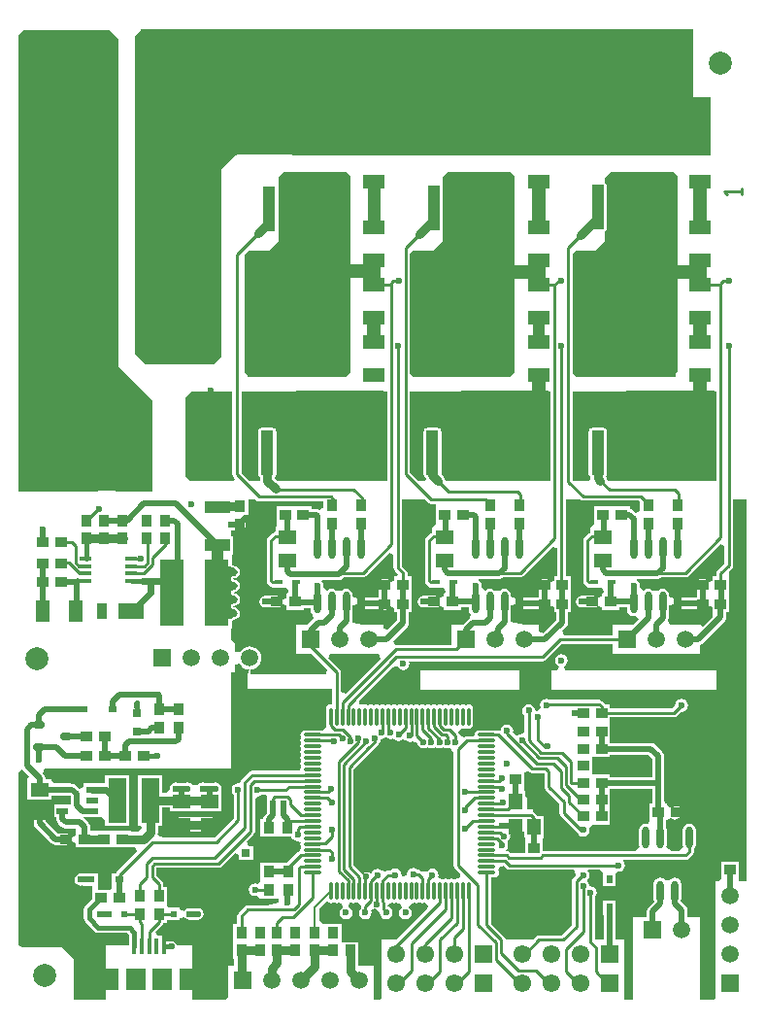
<source format=gtl>
%FSLAX44Y44*%
%MOMM*%
G71*
G01*
G75*
G04 Layer_Physical_Order=1*
G04 Layer_Color=255*
%ADD10R,0.9500X1.0000*%
%ADD11R,7.0000X7.0000*%
%ADD12O,0.3000X1.6500*%
%ADD13O,1.6500X0.3000*%
%ADD14R,1.3000X1.8500*%
%ADD15R,1.0000X0.9500*%
%ADD16R,1.8500X1.3000*%
G04:AMPARAMS|DCode=17|XSize=1.05mm|YSize=3.82mm|CornerRadius=0.0525mm|HoleSize=0mm|Usage=FLASHONLY|Rotation=180.000|XOffset=0mm|YOffset=0mm|HoleType=Round|Shape=RoundedRectangle|*
%AMROUNDEDRECTD17*
21,1,1.0500,3.7150,0,0,180.0*
21,1,0.9450,3.8200,0,0,180.0*
1,1,0.1050,-0.4725,1.8575*
1,1,0.1050,0.4725,1.8575*
1,1,0.1050,0.4725,-1.8575*
1,1,0.1050,-0.4725,-1.8575*
%
%ADD17ROUNDEDRECTD17*%
G04:AMPARAMS|DCode=18|XSize=7.48mm|YSize=8.55mm|CornerRadius=0.0374mm|HoleSize=0mm|Usage=FLASHONLY|Rotation=90.000|XOffset=0mm|YOffset=0mm|HoleType=Round|Shape=RoundedRectangle|*
%AMROUNDEDRECTD18*
21,1,7.4800,8.4752,0,0,90.0*
21,1,7.4052,8.5500,0,0,90.0*
1,1,0.0748,4.2376,3.7026*
1,1,0.0748,4.2376,-3.7026*
1,1,0.0748,-4.2376,-3.7026*
1,1,0.0748,-4.2376,3.7026*
%
%ADD18ROUNDEDRECTD18*%
G04:AMPARAMS|DCode=19|XSize=0.6mm|YSize=1mm|CornerRadius=0.15mm|HoleSize=0mm|Usage=FLASHONLY|Rotation=90.000|XOffset=0mm|YOffset=0mm|HoleType=Round|Shape=RoundedRectangle|*
%AMROUNDEDRECTD19*
21,1,0.6000,0.7000,0,0,90.0*
21,1,0.3000,1.0000,0,0,90.0*
1,1,0.3000,0.3500,0.1500*
1,1,0.3000,0.3500,-0.1500*
1,1,0.3000,-0.3500,-0.1500*
1,1,0.3000,-0.3500,0.1500*
%
%ADD19ROUNDEDRECTD19*%
%ADD20R,1.0000X0.6000*%
%ADD21R,2.1000X5.8000*%
%ADD22R,0.8000X0.6000*%
%ADD23R,1.6000X3.9000*%
%ADD24R,0.5000X0.6000*%
%ADD25R,0.6000X0.8000*%
%ADD26O,0.6000X1.9000*%
%ADD27R,0.6000X1.2000*%
%ADD28R,1.1500X1.4000*%
%ADD29R,1.8000X1.9000*%
%ADD30R,2.3000X1.9000*%
%ADD31R,0.4000X1.4000*%
%ADD32R,0.8000X0.8000*%
%ADD33R,1.0000X0.4000*%
%ADD34R,0.9000X1.4000*%
%ADD35R,2.2000X1.4000*%
%ADD36R,0.6500X0.4000*%
%ADD37R,1.6002X1.2700*%
%ADD38R,2.2000X1.1000*%
%ADD39C,1.2000*%
%ADD40C,0.2500*%
%ADD41C,0.2540*%
%ADD42C,0.5000*%
%ADD43C,0.4000*%
%ADD44C,1.0160*%
%ADD45C,1.1000*%
%ADD46C,0.8000*%
%ADD47C,0.7500*%
%ADD48C,0.7620*%
%ADD49C,1.0000*%
%ADD50C,0.6000*%
%ADD51C,0.2032*%
%ADD52C,0.3500*%
%ADD53C,2.0000*%
%ADD54C,1.5000*%
%ADD55R,1.5000X1.5000*%
%ADD56R,1.5500X1.5500*%
%ADD57C,1.5500*%
G04:AMPARAMS|DCode=58|XSize=1.55mm|YSize=1.55mm|CornerRadius=0.0465mm|HoleSize=0mm|Usage=FLASHONLY|Rotation=180.000|XOffset=0mm|YOffset=0mm|HoleType=Round|Shape=RoundedRectangle|*
%AMROUNDEDRECTD58*
21,1,1.5500,1.4570,0,0,180.0*
21,1,1.4570,1.5500,0,0,180.0*
1,1,0.0930,-0.7285,0.7285*
1,1,0.0930,0.7285,0.7285*
1,1,0.0930,0.7285,-0.7285*
1,1,0.0930,-0.7285,-0.7285*
%
%ADD58ROUNDEDRECTD58*%
%ADD59R,1.5000X1.5000*%
%ADD60R,0.7000X0.7000*%
%ADD61C,0.7000*%
%ADD62C,0.6000*%
%ADD63C,5.0000*%
G36*
X1008599Y822927D02*
X1010099Y821427D01*
X1011753Y820322D01*
X1012077Y820258D01*
X1013704Y819934D01*
X1029454D01*
X1031405Y820322D01*
X1031406Y820323D01*
X1031408Y820322D01*
X1033359Y819934D01*
X1035309Y820322D01*
X1036963Y821427D01*
X1037826Y822719D01*
X1041654Y821558D01*
Y816782D01*
X1043806D01*
Y810189D01*
X1032352Y798735D01*
X1028656Y800265D01*
Y805734D01*
X1028654Y805732D01*
X1016925D01*
X1003602Y808382D01*
Y816762D01*
X1003685Y816886D01*
X1004112Y819032D01*
Y822753D01*
X1007940Y823914D01*
X1008599Y822927D01*
D02*
G37*
G36*
X890324Y776638D02*
X859673Y745987D01*
X855977Y747518D01*
Y764200D01*
X855686Y765663D01*
X854858Y766903D01*
X845123Y776638D01*
X846653Y780334D01*
X888794D01*
X890324Y776638D01*
D02*
G37*
G36*
X897008Y706851D02*
X899154Y706424D01*
X901300Y706851D01*
X901667Y707097D01*
X902189Y706317D01*
X904008Y705101D01*
X906154Y704674D01*
X908300Y705101D01*
X910119Y706317D01*
D01*
X910119D01*
X910119D01*
X910119Y706317D01*
Y706317D01*
X910119D01*
X912189Y705567D01*
Y705567D01*
X914008Y704351D01*
X916154Y703924D01*
X918300Y704351D01*
X918756Y704656D01*
X922452Y703125D01*
X922698Y701886D01*
X923914Y700067D01*
X925733Y698851D01*
X927879Y698424D01*
X930025Y698851D01*
X931379Y699756D01*
X932733Y698851D01*
X934879Y698424D01*
X937025Y698851D01*
X938379Y699756D01*
X939733Y698851D01*
X941879Y698424D01*
X944025Y698851D01*
X945379Y699756D01*
X946733Y698851D01*
X948879Y698424D01*
X951025Y698851D01*
X954303Y693946D01*
Y596214D01*
X954303Y596214D01*
X954303D01*
X954594Y594750D01*
X955422Y593510D01*
X959652Y589280D01*
X960262Y586218D01*
X960262D01*
X957154Y584860D01*
D01*
X955593Y584550D01*
X954654Y583922D01*
X953715Y584550D01*
X952154Y584860D01*
X950593Y584550D01*
X949654Y583922D01*
X948715Y584550D01*
X947154Y584860D01*
X945593Y584550D01*
X944654Y583922D01*
X943715Y584550D01*
X942154Y584860D01*
D01*
X942154D01*
X942154D01*
Y584860D01*
Y584860D01*
X940835Y585886D01*
D01*
X940835Y585886D01*
X941262Y588032D01*
X940835Y590178D01*
X939619Y591997D01*
X937800Y593213D01*
X935654Y593640D01*
X933508Y593213D01*
X931689Y591997D01*
X931000Y590966D01*
X927997Y590671D01*
X926656Y590937D01*
X926358Y591236D01*
X925117Y592064D01*
X923654Y592355D01*
X923214D01*
X923119Y592497D01*
X921300Y593713D01*
X919154Y594140D01*
X917008Y593713D01*
X915189Y592497D01*
X913973Y590678D01*
X913546Y588532D01*
X913644Y588041D01*
X913209Y587389D01*
X910158Y587089D01*
X908695Y587695D01*
X908762Y588032D01*
X908335Y590178D01*
X907119Y591997D01*
X905300Y593213D01*
X903154Y593640D01*
X901008Y593213D01*
X899189Y591997D01*
X899094Y591855D01*
X897034D01*
X895571Y591564D01*
X894331Y590736D01*
Y590736D01*
X894331Y590736D01*
X891619Y591497D01*
X891619Y591497D01*
Y591497D01*
X889800Y592713D01*
X887654Y593140D01*
X885508Y592713D01*
X883689Y591497D01*
X882473Y589678D01*
X879617Y590064D01*
X879616Y590064D01*
X879616Y590064D01*
X878153Y590355D01*
X876690Y590064D01*
X875450Y589235D01*
X874942Y588727D01*
X874858Y588736D01*
X867102Y596491D01*
Y680323D01*
X882944Y696165D01*
X883147Y696300D01*
X887858Y701011D01*
X888686Y702252D01*
X888807Y702858D01*
X889119Y703067D01*
X890335Y704886D01*
X890660Y706523D01*
X891154Y706424D01*
X893300Y706851D01*
X895119Y708067D01*
X895189D01*
X897008Y706851D01*
D02*
G37*
G36*
X870599Y822927D02*
X872099Y821427D01*
X873753Y820322D01*
X874077Y820258D01*
X875704Y819934D01*
X891287D01*
X892203Y819322D01*
X894154Y818934D01*
X896105Y819322D01*
X897759Y820427D01*
X898826Y822025D01*
X902654Y820864D01*
Y816782D01*
X905056D01*
Y810144D01*
X896353Y801440D01*
X892657Y802971D01*
Y805734D01*
X892656Y805732D01*
X875444D01*
X866582Y807495D01*
X865491Y808824D01*
X865602Y809382D01*
Y816762D01*
X865685Y816886D01*
X866112Y819032D01*
Y822753D01*
X869939Y823914D01*
X870599Y822927D01*
D02*
G37*
G36*
X931842Y912328D02*
X933082Y911500D01*
X934545Y911209D01*
X938654D01*
Y909282D01*
X938654D01*
Y894782D01*
X938654D01*
Y893870D01*
X935826Y891042D01*
X935653D01*
Y886749D01*
X935531Y886724D01*
X934290Y885895D01*
X930450Y882056D01*
X929622Y880815D01*
X929331Y879352D01*
Y844032D01*
X929331Y844032D01*
X929331D01*
X929622Y842569D01*
X930450Y841328D01*
X931450Y840328D01*
X932691Y839500D01*
X932904Y839457D01*
Y838532D01*
X944404D01*
Y838532D01*
X944404D01*
X944404Y838532D01*
X945090D01*
X946626Y836660D01*
X947451Y834916D01*
X946110Y833282D01*
X945654D01*
Y830697D01*
X941826Y829536D01*
X941759Y829637D01*
X940105Y830742D01*
X938154Y831130D01*
X927904D01*
X925953Y830742D01*
X924299Y829637D01*
X923194Y827983D01*
X922806Y826032D01*
X923194Y824081D01*
X924299Y822427D01*
X925953Y821322D01*
X927904Y820934D01*
X938154D01*
X940105Y821322D01*
X941759Y822427D01*
X941826Y822528D01*
X945654Y821367D01*
Y818782D01*
X960654D01*
Y820934D01*
X967496D01*
Y819032D01*
X967923Y816886D01*
X968892Y815436D01*
X968112Y811513D01*
X967549Y811137D01*
X962144Y805732D01*
X952454D01*
Y788399D01*
X903677D01*
X903677Y788399D01*
X903011Y788266D01*
X901126Y791794D01*
X913759Y804427D01*
X914864Y806081D01*
X914928Y806405D01*
X915252Y808032D01*
Y816782D01*
X917654D01*
Y831282D01*
D01*
Y831282D01*
X917654Y831282D01*
X917654Y833782D01*
X917654D01*
Y848282D01*
X913977D01*
Y851146D01*
X913686Y852610D01*
X912858Y853850D01*
X909477Y857230D01*
Y915032D01*
X929138D01*
X931842Y912328D01*
D02*
G37*
G36*
X760860Y856063D02*
X760950Y856016D01*
X761021Y855944D01*
X761298Y855830D01*
X761562Y855688D01*
X761663Y855678D01*
X761756Y855640D01*
X763504Y855292D01*
X764649Y854527D01*
X765414Y853382D01*
X765683Y852032D01*
X765414Y850682D01*
X764649Y849537D01*
X763504Y848772D01*
X761756Y848424D01*
X761756Y848424D01*
X761756D01*
X761452Y848298D01*
X761021Y848120D01*
X761021Y848120D01*
X761021Y848120D01*
X760796Y847895D01*
X760459Y847557D01*
X760154Y846822D01*
Y846822D01*
D01*
X760076Y846430D01*
X760076Y846430D01*
Y846430D01*
X760076Y846430D01*
Y846032D01*
Y845634D01*
X760076Y845634D01*
Y845634D01*
X760076Y845634D01*
X760154Y845242D01*
X760154Y845242D01*
Y845242D01*
X760254Y845001D01*
X760458Y844507D01*
X760459Y844507D01*
X760459Y844507D01*
X760740Y844226D01*
X761021Y843944D01*
X761021Y843944D01*
X761021Y843944D01*
X761350Y843808D01*
X761756Y843640D01*
X761756D01*
X763504Y843292D01*
X764649Y842527D01*
X765414Y841382D01*
X765683Y840032D01*
X765414Y838682D01*
X764649Y837537D01*
X763504Y836772D01*
X761756Y836424D01*
X761756Y836424D01*
X761756D01*
X761452Y836298D01*
X761021Y836120D01*
X761021Y836120D01*
X761021Y836120D01*
X760796Y835895D01*
X760459Y835557D01*
X760154Y834822D01*
Y834822D01*
D01*
X760076Y834430D01*
X760076Y834430D01*
Y834430D01*
X760076Y834430D01*
Y834032D01*
Y833634D01*
X760076Y833634D01*
Y833634D01*
X760076Y833634D01*
X760154Y833242D01*
X760154Y833242D01*
Y833242D01*
X760254Y833001D01*
X760458Y832507D01*
X760459Y832507D01*
X760459Y832507D01*
X760740Y832226D01*
X761021Y831944D01*
X761021Y831944D01*
X761021Y831944D01*
X761350Y831808D01*
X761756Y831640D01*
X761756D01*
X763504Y831292D01*
X764649Y830527D01*
X765414Y829382D01*
X765683Y828032D01*
X765414Y826682D01*
X764649Y825537D01*
X763504Y824772D01*
X761756Y824424D01*
X761756Y824424D01*
X761756D01*
X761452Y824298D01*
X761021Y824120D01*
X761021Y824120D01*
X761021Y824120D01*
X760796Y823895D01*
X760459Y823557D01*
X760154Y822822D01*
Y822822D01*
D01*
X760076Y822430D01*
X760076Y822430D01*
Y822430D01*
X760076Y822430D01*
Y822032D01*
Y821634D01*
X760076Y821634D01*
Y821634D01*
X760076Y821634D01*
X760154Y821242D01*
X760154Y821242D01*
Y821242D01*
X760254Y821001D01*
X760458Y820507D01*
X760459Y820507D01*
X760459Y820507D01*
X760740Y820226D01*
X761021Y819944D01*
X761021Y819944D01*
X761021Y819944D01*
X761350Y819808D01*
X761756Y819640D01*
X761756D01*
X763504Y819292D01*
X764649Y818527D01*
X765414Y817382D01*
X765683Y816032D01*
X765414Y814682D01*
X764649Y813537D01*
X763504Y812772D01*
X761756Y812424D01*
X761663Y812385D01*
X761562Y812376D01*
X761298Y812234D01*
X761021Y812120D01*
X760949Y812048D01*
X760860Y812001D01*
X759680Y811032D01*
X755184D01*
X754154Y812062D01*
Y813015D01*
Y831031D01*
X754705Y831750D01*
X755461Y833574D01*
X755719Y835532D01*
Y856882D01*
X759863D01*
X760860Y856063D01*
D02*
G37*
G36*
X1146599Y822927D02*
X1148099Y821427D01*
X1149753Y820322D01*
X1150077Y820258D01*
X1151704Y819934D01*
X1167454D01*
X1169405Y820322D01*
X1169406Y820323D01*
X1169408Y820322D01*
X1171358Y819934D01*
X1173309Y820322D01*
X1174963Y821427D01*
X1175826Y822719D01*
X1179654Y821558D01*
Y816782D01*
X1179654D01*
X1179654Y812942D01*
X1171336Y804624D01*
X1168656Y805734D01*
Y805734D01*
X1168654Y805732D01*
X1142785D01*
X1140899Y809260D01*
X1141214Y809731D01*
X1141278Y810054D01*
X1141602Y811682D01*
Y816762D01*
X1141685Y816886D01*
X1142112Y819032D01*
Y822753D01*
X1145939Y823914D01*
X1146599Y822927D01*
D02*
G37*
G36*
X1127646Y689239D02*
Y673130D01*
X1090654D01*
Y675282D01*
X1075654D01*
Y675282D01*
X1075154D01*
X1074654Y675782D01*
Y675782D01*
D01*
Y687953D01*
X1074654Y687953D01*
D01*
X1074654Y690282D01*
X1074654Y690467D01*
X1074654Y690532D01*
X1074904Y690782D01*
X1075654D01*
X1077482Y690782D01*
Y690782D01*
X1077483Y690782D01*
X1090654D01*
Y692934D01*
X1123951D01*
X1127646Y689239D01*
D02*
G37*
G36*
X791138Y657320D02*
X791154Y657301D01*
Y655032D01*
X791154D01*
Y641742D01*
X789549Y640137D01*
X788444Y638483D01*
X788056Y636532D01*
Y636532D01*
X785904D01*
Y621532D01*
X800404D01*
Y621532D01*
X800404D01*
X800404Y621532D01*
X801904D01*
Y621532D01*
X812845D01*
X812973Y620886D01*
X814189Y619067D01*
X816008Y617851D01*
X818154Y617424D01*
X818154Y617424D01*
X818154Y617424D01*
X820636Y616593D01*
X820326Y615032D01*
X820636Y613471D01*
X821264Y612532D01*
X820636Y611593D01*
X820326Y610032D01*
X820559Y608857D01*
X819183Y608583D01*
X818769Y608307D01*
X817936Y607750D01*
X817936Y607750D01*
X808718Y598532D01*
X802904D01*
D01*
D01*
X802904Y598532D01*
X800404Y598532D01*
Y598532D01*
X785904D01*
Y585360D01*
X785904Y585360D01*
X785904Y585360D01*
X785904Y583532D01*
Y582848D01*
X782812Y580310D01*
X781154Y580640D01*
X779008Y580213D01*
X777189Y578997D01*
X775973Y577178D01*
X775546Y575032D01*
X775973Y572886D01*
X777189Y571067D01*
X779008Y569851D01*
X781154Y569424D01*
X783300Y569851D01*
D01*
Y569851D01*
X783300D01*
D01*
X785904Y567532D01*
Y567532D01*
X800404D01*
Y567532D01*
X801510D01*
X801531Y567510D01*
X801921Y563551D01*
X791385Y561455D01*
X774842D01*
X773379Y561164D01*
X772138Y560336D01*
X766450Y554648D01*
X765622Y553407D01*
X765331Y551944D01*
Y545532D01*
X761904D01*
Y532360D01*
X761904Y532360D01*
X761904Y532360D01*
X761904Y530532D01*
Y529532D01*
Y529532D01*
D01*
D01*
X761904D01*
D01*
Y514532D01*
X762598D01*
Y508732D01*
X757454D01*
X757456Y508730D01*
Y483333D01*
X757456D01*
Y482175D01*
X754628Y479347D01*
X726154D01*
Y526532D01*
X713043D01*
X712893Y527288D01*
X711898Y528776D01*
X710410Y529771D01*
X708654Y530120D01*
X701654D01*
D01*
D01*
D01*
X701654Y530120D01*
X701654Y530120D01*
D01*
D01*
X699654Y529902D01*
Y535032D01*
X695820D01*
X694290Y538727D01*
X699858Y544295D01*
X700686Y545536D01*
X700885Y546532D01*
X704404D01*
Y548532D01*
X705554D01*
Y548532D01*
X715554D01*
Y550415D01*
X719382Y551576D01*
X720149Y550427D01*
X721803Y549322D01*
X723754Y548934D01*
X731154D01*
X733105Y549322D01*
X734759Y550427D01*
X735864Y552081D01*
X736252Y554032D01*
X735864Y555983D01*
X734759Y557637D01*
X733105Y558742D01*
X731154Y559130D01*
X723754D01*
X721803Y558742D01*
X720149Y557637D01*
X719382Y556488D01*
X715554Y557649D01*
Y559532D01*
X705554D01*
D01*
X705554D01*
X704404Y560682D01*
X704404Y561532D01*
D01*
Y562532D01*
X704404D01*
Y577532D01*
X700977D01*
Y579999D01*
X700686Y581462D01*
X699858Y582702D01*
X694997Y587563D01*
Y593948D01*
X695164Y594115D01*
X749060D01*
X750523Y594406D01*
X751764Y595234D01*
X763458Y606929D01*
X767154Y605399D01*
Y601382D01*
X779154D01*
Y613382D01*
X775137D01*
X773607Y617077D01*
X779858Y623328D01*
X780686Y624569D01*
X780977Y626032D01*
Y627081D01*
X781017Y627282D01*
Y654671D01*
X783154Y656424D01*
X785300Y656851D01*
X787119Y658067D01*
X787214Y658209D01*
X789809D01*
X791138Y657320D01*
D02*
G37*
G36*
X1000118Y593578D02*
X1001359Y592750D01*
X1002822Y592459D01*
X1058560D01*
X1060083Y591441D01*
X1060475Y587460D01*
X1058450Y585436D01*
X1057622Y584195D01*
X1057331Y582732D01*
Y544116D01*
X1048470Y535255D01*
X1028754D01*
X1027291Y534964D01*
X1026050Y534136D01*
X1023347Y531432D01*
X1001354D01*
Y531432D01*
X999577D01*
X999377Y531632D01*
X999086Y533095D01*
X998258Y534336D01*
X986977Y545616D01*
Y585954D01*
X989904D01*
X991465Y586264D01*
X992788Y587148D01*
X993672Y588471D01*
X993982Y590032D01*
X993672Y591593D01*
X993044Y592532D01*
X993672Y593471D01*
X993932Y594776D01*
X997759Y595937D01*
X1000118Y593578D01*
D02*
G37*
G36*
X844270Y564398D02*
X845593Y563514D01*
X847154Y563204D01*
X848715Y563514D01*
X849654Y564142D01*
X850593Y563514D01*
X852154Y563204D01*
X853715Y563514D01*
D01*
X856332Y563367D01*
X857112Y559444D01*
X856444Y558997D01*
X855228Y557178D01*
X854801Y555032D01*
X855228Y552886D01*
X856444Y551067D01*
X858263Y549851D01*
X860409Y549424D01*
X862555Y549851D01*
X864374Y551067D01*
X865590Y552886D01*
X866017Y555032D01*
X865590Y557178D01*
X864374Y558997D01*
X862555Y560213D01*
D01*
D01*
X863715Y563514D01*
X863715Y563514D01*
X865593Y563514D01*
D01*
X867154Y563204D01*
X868715Y563514D01*
X869654Y564142D01*
X870593Y563514D01*
X872154Y563204D01*
D01*
X873331Y560652D01*
Y560019D01*
X873189Y558997D01*
X871973Y557178D01*
X871546Y555032D01*
X871973Y552886D01*
X873189Y551067D01*
X875008Y549851D01*
X877154Y549424D01*
X879300Y549851D01*
X881119Y551067D01*
X882335Y552886D01*
X882762Y555032D01*
X882335Y557178D01*
X885589Y558460D01*
X889100Y556543D01*
X889150Y556296D01*
X889846Y555254D01*
X889801Y555032D01*
X890228Y552886D01*
X891444Y551067D01*
X893263Y549851D01*
X895409Y549424D01*
X897555Y549851D01*
X899374Y551067D01*
X900590Y552886D01*
X901017Y555032D01*
X900590Y557178D01*
X899374Y558997D01*
X897555Y560213D01*
D01*
X896788Y561362D01*
X896964Y562248D01*
X900593Y563514D01*
X902154Y563204D01*
X903715Y563514D01*
X904011Y563712D01*
X907838Y562551D01*
X909067Y559584D01*
X908189Y558997D01*
X906973Y557178D01*
X906546Y555032D01*
X906973Y552886D01*
X908189Y551067D01*
X910008Y549851D01*
X912154Y549424D01*
X914300Y549851D01*
X916119Y551067D01*
X917335Y552886D01*
X917762Y555032D01*
X917335Y557178D01*
X916119Y558997D01*
X915241Y559584D01*
X916470Y562551D01*
X920297Y563712D01*
X920593Y563514D01*
X922154Y563204D01*
X923715Y563514D01*
X924654Y564142D01*
X925593Y563514D01*
X927154Y563204D01*
X928715Y563514D01*
D01*
X930632Y563429D01*
X932079Y560288D01*
X930219Y557504D01*
X904147Y531432D01*
X891354D01*
Y480632D01*
D01*
Y480632D01*
X890068Y479347D01*
X884456D01*
Y483333D01*
X884456D01*
X884454Y483335D01*
Y508732D01*
X870710D01*
Y514532D01*
X871404D01*
Y529532D01*
X856904D01*
X856904Y529532D01*
D01*
X856404Y530532D01*
D01*
X856404Y532360D01*
X856404D01*
X856404Y532360D01*
Y545532D01*
X843232D01*
X843232Y545532D01*
X843232Y545532D01*
X841904Y545532D01*
X841154D01*
X840404D01*
X839567D01*
X836739Y548360D01*
Y558547D01*
X842741Y564549D01*
X844270Y564398D01*
D02*
G37*
G36*
X583907Y674069D02*
X582653Y671042D01*
X582653D01*
X582653Y671042D01*
Y653342D01*
X603655D01*
Y657032D01*
X605654D01*
Y657032D01*
X619694D01*
X620056Y656670D01*
Y649032D01*
X605654D01*
Y638032D01*
X608056D01*
Y636412D01*
X608444Y634461D01*
X609549Y632807D01*
X612179Y630177D01*
X613833Y629072D01*
X615784Y628684D01*
X624654D01*
Y626282D01*
X624654D01*
Y622200D01*
X620826Y621039D01*
X619759Y622637D01*
X618105Y623742D01*
X616154Y624130D01*
X609266D01*
X598252Y635144D01*
Y641872D01*
X597864Y643823D01*
X596759Y645477D01*
X595105Y646582D01*
X593154Y646970D01*
X591203Y646582D01*
X589549Y645477D01*
X588444Y643823D01*
X588056Y641872D01*
Y633032D01*
X588444Y631081D01*
X589549Y629427D01*
X603549Y615427D01*
X605203Y614322D01*
X607154Y613934D01*
X616154D01*
X618105Y614322D01*
X619759Y615427D01*
X620826Y617025D01*
X624654Y615864D01*
Y611782D01*
X639654D01*
Y611782D01*
X639654D01*
X639654Y611782D01*
X641654D01*
Y611782D01*
X656654D01*
Y611782D01*
X656654D01*
X656654Y611782D01*
X657654D01*
Y611782D01*
X672654D01*
Y612476D01*
X676654D01*
X678184Y608780D01*
X659950Y590546D01*
X659292Y589561D01*
X659273Y589532D01*
X656154D01*
Y578532D01*
X656154D01*
Y576232D01*
X655154Y575232D01*
X655154D01*
D01*
X654154D01*
Y575232D01*
X646776D01*
X646654Y575256D01*
X646654D01*
X644154Y575232D01*
Y578532D01*
X644154D01*
Y589532D01*
X631154D01*
Y589532D01*
X630869Y589299D01*
X629154Y589640D01*
X627008Y589213D01*
X625189Y587997D01*
X623973Y586178D01*
X623546Y584032D01*
X623973Y581886D01*
X625189Y580067D01*
X627008Y578851D01*
X629154Y578424D01*
X630869Y578765D01*
X631154Y578532D01*
Y578532D01*
X639154D01*
Y575232D01*
X639154D01*
Y567521D01*
X632910Y561276D01*
X631915Y559788D01*
X631566Y558032D01*
Y550282D01*
X631915Y548526D01*
X632910Y547038D01*
X641160Y538788D01*
X642648Y537793D01*
X644404Y537444D01*
X669753D01*
X671066Y536132D01*
Y526532D01*
X651154D01*
Y479347D01*
X622521D01*
Y482290D01*
X622521Y514464D01*
X611831Y525154D01*
X583865D01*
X577817Y525260D01*
X577817Y525260D01*
X577817Y525260D01*
X574468Y526647D01*
Y677183D01*
X578260Y679717D01*
X583907Y674069D01*
D02*
G37*
G36*
X767619Y771989D02*
X769222Y769900D01*
X771311Y768297D01*
X773744Y767289D01*
X775764Y767023D01*
X775597Y764475D01*
X774154Y763032D01*
X774154D01*
Y750032D01*
X848331D01*
Y737826D01*
X847154Y736860D01*
X845593Y736550D01*
X844270Y735666D01*
X843386Y734343D01*
X843076Y732782D01*
Y719282D01*
X843310Y718103D01*
Y717850D01*
X843310Y717850D01*
X843436Y717218D01*
X841709Y715114D01*
X840230Y714126D01*
X831404D01*
X831326Y714110D01*
X824404D01*
X822843Y713800D01*
X821520Y712916D01*
X820636Y711593D01*
X820326Y710032D01*
X820636Y708471D01*
X821264Y707532D01*
X820636Y706593D01*
X820326Y705032D01*
X820636Y703471D01*
X821264Y702532D01*
X820636Y701593D01*
X820326Y700032D01*
X820636Y698471D01*
X821264Y697532D01*
X820636Y696593D01*
X820326Y695032D01*
X820636Y693471D01*
X821264Y692532D01*
X820636Y691593D01*
X820326Y690032D01*
X820636Y688471D01*
X821264Y687532D01*
X820636Y686593D01*
X820326Y685032D01*
X820636Y683471D01*
X821264Y682532D01*
X820636Y681593D01*
X820326Y680032D01*
X819393Y678895D01*
X778444D01*
X776981Y678604D01*
X775741Y677776D01*
X775701Y677736D01*
X775700Y677736D01*
X769450Y671486D01*
X768622Y670245D01*
X768331Y668782D01*
X768331D01*
Y668782D01*
X766154Y667640D01*
X766154Y667640D01*
Y667640D01*
X764008Y667213D01*
X762189Y665997D01*
X760973Y664178D01*
X760546Y662032D01*
X760973Y659886D01*
X762189Y658067D01*
X762232Y658038D01*
Y637267D01*
X745570Y620605D01*
X701974D01*
X696822Y622739D01*
X696056Y623613D01*
X696210Y624782D01*
Y631032D01*
X700154D01*
Y646476D01*
X706653D01*
Y643342D01*
X727655D01*
Y643342D01*
X727655D01*
X727655Y643342D01*
X730653D01*
Y643342D01*
X751655D01*
Y661042D01*
X751655D01*
X751422Y661326D01*
X751762Y663032D01*
X751335Y665178D01*
X750119Y666997D01*
X748300Y668213D01*
X746154Y668640D01*
X744008Y668213D01*
X743884Y668130D01*
X737424D01*
X737300Y668213D01*
X735154Y668640D01*
X733008Y668213D01*
X731189Y666997D01*
X730654Y666197D01*
X726654D01*
X726119Y666997D01*
X724300Y668213D01*
X722154Y668640D01*
X720008Y668213D01*
X719884Y668130D01*
X714424D01*
X714300Y668213D01*
X712154Y668640D01*
X710008Y668213D01*
X708189Y666997D01*
X706973Y665178D01*
X706546Y663032D01*
X706616Y662680D01*
X704079Y659588D01*
X700154D01*
Y675032D01*
X679154D01*
Y631032D01*
X681406D01*
X682283Y628914D01*
X680061Y625588D01*
X672654D01*
Y626282D01*
X657654D01*
D01*
D01*
X657654Y626282D01*
X656654D01*
Y626282D01*
X641654D01*
D01*
D01*
X641654Y626282D01*
X639654D01*
D01*
X637252Y626282D01*
Y630032D01*
X636928Y631659D01*
X636864Y631983D01*
X635759Y633637D01*
X632009Y637387D01*
X631748Y637561D01*
X631654Y638032D01*
X631654Y638032D01*
X646654D01*
Y638032D01*
X647326D01*
X650154Y635204D01*
Y631032D01*
X671154D01*
Y675032D01*
X650154D01*
Y668140D01*
X639154D01*
X638612Y668032D01*
X631654D01*
Y664718D01*
X627958Y663187D01*
X625009Y666137D01*
X623355Y667242D01*
X621404Y667630D01*
X620654D01*
Y668032D01*
X605654D01*
D01*
X605654D01*
X603655Y670031D01*
Y671042D01*
X598252D01*
Y672032D01*
X597864Y673983D01*
X596759Y675637D01*
X595702Y676694D01*
X597233Y680389D01*
X760461D01*
Y764334D01*
X763656D01*
Y771305D01*
X767579Y772085D01*
X767619Y771989D01*
D02*
G37*
G36*
X1019820Y678051D02*
D01*
X1019820D01*
X1019820Y678050D01*
X1019820Y678050D01*
X1019820D01*
D01*
X1019820D01*
X1019820Y678050D01*
Y678050D01*
X1019820Y678050D01*
Y678050D01*
X1021060Y677222D01*
X1022523Y676931D01*
X1032848D01*
X1033331Y676448D01*
Y665032D01*
X1033622Y663569D01*
X1034450Y662328D01*
X1046553Y650226D01*
Y641778D01*
X1046844Y640315D01*
X1047672Y639074D01*
X1062200Y624547D01*
X1063189Y623067D01*
X1065008Y621851D01*
X1067154Y621424D01*
X1069300Y621851D01*
X1071119Y623067D01*
X1072335Y624886D01*
X1072762Y627032D01*
X1072335Y629178D01*
X1074654Y631782D01*
X1074654Y631782D01*
X1075654D01*
Y631782D01*
X1090654D01*
Y646282D01*
D01*
Y646282D01*
X1090654Y646282D01*
Y646782D01*
X1090654D01*
Y660782D01*
Y662934D01*
X1127646D01*
Y653414D01*
X1127563Y653290D01*
X1127136Y651144D01*
X1126429Y650282D01*
X1125244D01*
Y635782D01*
X1125244Y635782D01*
X1125244Y635782D01*
X1123840Y632213D01*
X1121694Y632640D01*
X1119548Y632213D01*
X1117729Y630997D01*
X1116513Y629178D01*
X1116086Y627032D01*
Y614032D01*
X1116501Y611948D01*
X1116374Y611793D01*
X1111977Y608855D01*
X1032182D01*
X1031654Y609289D01*
Y618282D01*
X1031654D01*
Y619782D01*
X1032404Y620532D01*
X1032404D01*
Y639532D01*
X1027461D01*
X1026858Y640436D01*
X1024529Y642764D01*
X1023289Y643592D01*
X1023923Y646780D01*
X1024154Y646934D01*
D01*
X1026105Y647322D01*
X1027759Y648427D01*
X1027759D01*
X1028864Y650081D01*
X1029252Y652032D01*
X1028864Y653983D01*
X1027759Y655637D01*
X1026105Y656742D01*
X1024154Y657130D01*
X1022203Y656742D01*
X1020549Y655637D01*
X1020549Y655637D01*
X1018665Y655637D01*
X1016404Y656323D01*
Y661532D01*
X1015654D01*
Y663782D01*
X1015654D01*
Y676990D01*
X1019350Y678521D01*
X1019820Y678051D01*
D02*
G37*
G36*
X1015904Y625741D02*
Y620532D01*
X1016654D01*
Y618282D01*
X1016654D01*
Y607077D01*
X1003484D01*
X1002838Y607723D01*
X1002830Y607736D01*
X1001589Y608564D01*
X1000126Y608855D01*
X999945Y609452D01*
X1000118Y609567D01*
X1001334Y611387D01*
X1001761Y613533D01*
X1001334Y615679D01*
X1001757Y617808D01*
X1001939Y617929D01*
X1003155Y619748D01*
X1003582Y621894D01*
X1003466Y622476D01*
X1006294Y625304D01*
X1008154Y624934D01*
X1010105Y625322D01*
X1011759Y626427D01*
X1012076Y626902D01*
X1015904Y625741D01*
D02*
G37*
G36*
X1037616Y1009045D02*
X1038331D01*
Y931132D01*
X947185D01*
X946719Y933471D01*
X945338Y935538D01*
X943539Y937337D01*
X943563Y937457D01*
Y974607D01*
X943328Y975787D01*
X942660Y976788D01*
X941659Y977457D01*
X940479Y977691D01*
X931029D01*
X929849Y977457D01*
X928848Y976788D01*
X928179Y975787D01*
X927945Y974607D01*
Y937457D01*
X928179Y936277D01*
X928848Y935276D01*
X929655Y934737D01*
X929867Y933671D01*
X930090Y933337D01*
X928912Y931132D01*
X923852D01*
X915977Y939007D01*
Y1009045D01*
X959781D01*
X960559Y1009812D01*
X1036837D01*
X1037616Y1009045D01*
D02*
G37*
G36*
X1182487D02*
X1183331D01*
Y931132D01*
X1089001D01*
X1088527Y931710D01*
X1088041Y934149D01*
X1086974Y935746D01*
X1087328Y936277D01*
X1087563Y937457D01*
Y974607D01*
X1087328Y975787D01*
X1086660Y976788D01*
X1085659Y977457D01*
X1084479Y977691D01*
X1075029D01*
X1073849Y977457D01*
X1072848Y976788D01*
X1072179Y975787D01*
X1071945Y974607D01*
Y937457D01*
X1072179Y936277D01*
X1072848Y935276D01*
X1072952Y935207D01*
X1073318Y932734D01*
X1072003Y931132D01*
X1059355D01*
X1057977Y932510D01*
Y1009045D01*
X1103921D01*
X1104611Y1009716D01*
X1181798D01*
X1182487Y1009045D01*
D02*
G37*
G36*
X730873D02*
X761331D01*
Y936895D01*
X761622Y935432D01*
X762450Y934191D01*
X763200Y933442D01*
X762243Y931132D01*
X741409D01*
X741354Y931077D01*
X724909D01*
X720154Y935832D01*
Y1000141D01*
Y1003932D01*
X724854Y1008632D01*
X725267Y1009045D01*
X730873D01*
X730873Y1009045D01*
D02*
G37*
G36*
X893519D02*
X895991D01*
Y931132D01*
X800872D01*
X798126Y933878D01*
Y934920D01*
X798660Y935276D01*
X799329Y936277D01*
X799563Y937457D01*
Y974607D01*
X799329Y975787D01*
X798660Y976788D01*
X797659Y977457D01*
X796479Y977691D01*
X787029D01*
X785849Y977457D01*
X784848Y976788D01*
X784180Y975787D01*
X783945Y974607D01*
Y937457D01*
X784180Y936277D01*
X784848Y935276D01*
X785381Y934920D01*
Y931238D01*
X785294Y931132D01*
X776324D01*
X768977Y938478D01*
Y1009045D01*
X815878D01*
X816559Y1009716D01*
X892837D01*
X893519Y1009045D01*
D02*
G37*
G36*
X1149154Y1197098D02*
Y1026087D01*
X1149031Y1025966D01*
X1145031Y1022032D01*
X1061154D01*
X1057977Y1025156D01*
Y1129232D01*
X1061154Y1132356D01*
X1078169D01*
X1086305Y1140358D01*
Y1149039D01*
X1086660Y1149276D01*
X1087328Y1150277D01*
X1087563Y1151457D01*
Y1188607D01*
X1087328Y1189787D01*
X1086660Y1190788D01*
X1086305Y1191025D01*
Y1191295D01*
Y1194049D01*
Y1194372D01*
Y1194442D01*
Y1194541D01*
Y1195771D01*
X1087654Y1197098D01*
X1091654Y1201032D01*
X1145154D01*
X1149154Y1197098D01*
D02*
G37*
G36*
X1163154Y1266032D02*
X1178154D01*
Y1215532D01*
X1177960Y1215344D01*
X1094659D01*
X1094659Y1215344D01*
X813548D01*
X813457Y1215432D01*
X764894D01*
X764803Y1215344D01*
X764686D01*
X751995Y1203032D01*
Y1041032D01*
X751995Y1041032D01*
X751995Y1041032D01*
X751995Y1039910D01*
X744905Y1033032D01*
X685356D01*
X676154Y1041958D01*
Y1043032D01*
Y1319287D01*
X676170Y1319302D01*
X681489Y1324462D01*
Y1324718D01*
X1163154D01*
Y1266032D01*
D02*
G37*
G36*
X864154Y1197089D02*
Y1025713D01*
X864031Y1025592D01*
X860031Y1021650D01*
X776154D01*
X772197Y1025549D01*
Y1025635D01*
Y1128310D01*
X776154Y1132209D01*
X793169D01*
X801305Y1140228D01*
Y1186635D01*
Y1191274D01*
Y1194034D01*
Y1194358D01*
Y1194428D01*
Y1194527D01*
Y1195760D01*
X802654Y1197089D01*
X806654Y1201032D01*
X860154D01*
X864154Y1197089D01*
D02*
G37*
G36*
X1007154D02*
Y1025713D01*
X1007031Y1025592D01*
X1003031Y1021650D01*
X919154D01*
X915977Y1024781D01*
Y1129078D01*
X919154Y1132209D01*
X936169D01*
X944305Y1140228D01*
Y1149241D01*
X944329Y1149277D01*
X944563Y1150457D01*
Y1187607D01*
X944329Y1188787D01*
X944305Y1188823D01*
Y1191274D01*
Y1194034D01*
Y1194358D01*
Y1194428D01*
Y1194527D01*
Y1195760D01*
X945654Y1197089D01*
X949654Y1201032D01*
X1003154D01*
X1007154Y1197089D01*
D02*
G37*
G36*
X654203Y1324032D02*
X661545Y1316778D01*
X661554Y1316769D01*
Y1031304D01*
Y1031205D01*
X691754Y1001369D01*
Y1000963D01*
X691754Y1000963D01*
X691754Y1000963D01*
Y922432D01*
X660260D01*
X659692Y923000D01*
X644248D01*
X643806Y922432D01*
X574468D01*
Y1320022D01*
X578527Y1324032D01*
X654203D01*
Y1324032D01*
D02*
G37*
G36*
X901831Y867400D02*
Y855646D01*
X902122Y854183D01*
X902950Y852943D01*
X906330Y849563D01*
Y849563D01*
X902654Y848282D01*
X902654D01*
Y844200D01*
X898826Y843039D01*
X897759Y844637D01*
X897759D01*
X896105Y845742D01*
X894154Y846130D01*
X892203Y845742D01*
X890549Y844637D01*
X889444Y842983D01*
X889056Y841032D01*
X889056Y841032D01*
Y830130D01*
X877816D01*
X877809Y830137D01*
X876155Y831242D01*
X874204Y831630D01*
X872253Y831242D01*
X870599Y830137D01*
X869939Y829149D01*
X866112Y830311D01*
Y832032D01*
X865685Y834178D01*
X864469Y835997D01*
X862650Y837213D01*
X860504Y837640D01*
X858358Y837213D01*
X856539Y835997D01*
X856154Y835421D01*
X852154D01*
X851769Y835997D01*
X849950Y837213D01*
X847804Y837640D01*
X845658Y837213D01*
X843839Y835997D01*
X843839Y835997D01*
Y835997D01*
X843572Y835873D01*
X840426Y838343D01*
X840762Y840032D01*
X840335Y842178D01*
X839119Y843997D01*
X839404Y844934D01*
X853654D01*
X855605Y845322D01*
X857259Y846427D01*
X857259Y846427D01*
X857259Y846427D01*
X858040Y847209D01*
X874830D01*
X876293Y847500D01*
X877533Y848328D01*
X898135Y868930D01*
X901831Y867400D01*
D02*
G37*
G36*
X1044331Y872575D02*
Y848282D01*
X1041654D01*
Y844492D01*
X1037826Y843331D01*
X1036963Y844622D01*
X1035309Y845727D01*
X1033359Y846115D01*
X1031408Y845727D01*
X1029754Y844622D01*
X1028649Y842968D01*
X1028260Y841018D01*
Y830130D01*
X1015816D01*
X1015809Y830137D01*
X1014155Y831242D01*
X1012204Y831630D01*
X1010253Y831242D01*
X1008599Y830137D01*
X1007940Y829149D01*
X1004112Y830311D01*
Y832032D01*
X1003685Y834178D01*
X1002469Y835997D01*
X1000650Y837213D01*
X998504Y837640D01*
X996358Y837213D01*
X994539Y835997D01*
X994154Y835421D01*
X990154D01*
X989769Y835997D01*
X987950Y837213D01*
X985804Y837640D01*
X983658Y837213D01*
X981839Y835997D01*
X981839Y835997D01*
Y835997D01*
X981593Y835876D01*
X978419Y838311D01*
X978762Y840032D01*
X978335Y842178D01*
X977119Y843997D01*
X975958Y844773D01*
Y844773D01*
X975958D01*
X975300Y845213D01*
X976021Y845934D01*
X994154D01*
X996105Y846322D01*
X997432Y847209D01*
X1012154D01*
X1013617Y847500D01*
X1014858Y848328D01*
X1014858Y848328D01*
X1014858Y848328D01*
X1040635Y874106D01*
X1044331Y872575D01*
D02*
G37*
G36*
X1209839Y582932D02*
X1209839D01*
X1207854D01*
X1207011Y582932D01*
Y582932D01*
X1207011Y582932D01*
X1202654D01*
Y585032D01*
X1202654D01*
Y599532D01*
X1187654D01*
Y585032D01*
D01*
Y585032D01*
X1185554Y582932D01*
X1182454D01*
Y482175D01*
X1182454Y482175D01*
X1182454Y482175D01*
X1182454Y481332D01*
X1180469Y479347D01*
X1168744D01*
Y551032D01*
X1158242D01*
Y557032D01*
X1157854Y558983D01*
X1156749Y560637D01*
X1152312Y565073D01*
X1152702Y567032D01*
Y580032D01*
X1152275Y582178D01*
X1151059Y583997D01*
X1149240Y585213D01*
X1147094Y585640D01*
X1144948Y585213D01*
X1143129Y583997D01*
X1142744Y583422D01*
X1138744D01*
X1138359Y583997D01*
X1136540Y585213D01*
X1134394Y585640D01*
X1132248Y585213D01*
X1130429Y583997D01*
X1129213Y582178D01*
X1128786Y580032D01*
Y567032D01*
X1129213Y564886D01*
X1129283Y564781D01*
X1124139Y559637D01*
X1123034Y557983D01*
X1122646Y556032D01*
Y551032D01*
X1110744D01*
Y479347D01*
X1102954D01*
Y480632D01*
X1102954D01*
Y531432D01*
X1095252D01*
Y553032D01*
X1095654D01*
Y566032D01*
X1084654D01*
Y553032D01*
X1085056D01*
Y531432D01*
X1077449D01*
Y568444D01*
X1077591Y568539D01*
X1078807Y570358D01*
X1079234Y572504D01*
X1078807Y574650D01*
X1077591Y576469D01*
X1075772Y577685D01*
X1075772D01*
X1073626Y578112D01*
D01*
D01*
D01*
X1073626Y578112D01*
D01*
D01*
D01*
X1072762Y578032D01*
X1072762D01*
X1072762Y578032D01*
X1072335Y580178D01*
X1071925Y580792D01*
X1071924Y580792D01*
X1071412Y581559D01*
X1071119Y581997D01*
Y584067D01*
X1072335Y585886D01*
X1072762Y588032D01*
X1072335Y590178D01*
X1071119Y591997D01*
X1071259Y592459D01*
X1081826D01*
X1084654Y589630D01*
Y585074D01*
X1084546Y584532D01*
X1084654Y583990D01*
Y578032D01*
X1095654D01*
Y583990D01*
X1095762Y584532D01*
X1095654Y585074D01*
Y589630D01*
D01*
D01*
X1098154Y590674D01*
X1098154Y590674D01*
Y590674D01*
D01*
D01*
D01*
X1100300Y591101D01*
X1102119Y592317D01*
X1103335Y594136D01*
X1103762Y596282D01*
X1103335Y598428D01*
X1102119Y600247D01*
X1102411Y601209D01*
X1156744D01*
X1158207Y601500D01*
X1159448Y602328D01*
X1162498Y605378D01*
X1163326Y606619D01*
X1163617Y608082D01*
Y609972D01*
X1163759Y610067D01*
X1164975Y611886D01*
X1165402Y614032D01*
Y627032D01*
X1164975Y629178D01*
X1163759Y630997D01*
X1161940Y632213D01*
X1159794Y632640D01*
X1157648Y632213D01*
X1155829Y630997D01*
X1154613Y629178D01*
X1154186Y627032D01*
Y614032D01*
X1154601Y611948D01*
X1154474Y611793D01*
X1150078Y608855D01*
X1144110D01*
X1139714Y611793D01*
X1139587Y611948D01*
X1140002Y614032D01*
Y627032D01*
X1139575Y629178D01*
X1139492Y629302D01*
Y635782D01*
X1140244Y635782D01*
Y635782D01*
X1143489Y637777D01*
Y637777D01*
X1143489Y637777D01*
X1145143Y636672D01*
X1147094Y636284D01*
X1149045Y636672D01*
X1150699Y637777D01*
X1152349Y639427D01*
X1153454Y641081D01*
X1153842Y643032D01*
X1153454Y644983D01*
X1152349Y646637D01*
X1150695Y647742D01*
X1148744Y648130D01*
X1146793Y647742D01*
X1145139Y646637D01*
X1144852Y646349D01*
X1140992Y647400D01*
X1140244Y650282D01*
Y650282D01*
X1139059D01*
X1138352Y651144D01*
X1137925Y653290D01*
X1137842Y653414D01*
Y668032D01*
Y691351D01*
X1137454Y693302D01*
X1136349Y694956D01*
X1129668Y701637D01*
X1128014Y702742D01*
X1126063Y703130D01*
X1090654D01*
X1090654Y705282D01*
D01*
Y705782D01*
X1090654D01*
Y718953D01*
X1090654D01*
D01*
D01*
Y718954D01*
D01*
X1090654Y720282D01*
X1090654Y720665D01*
X1090654Y721782D01*
Y721782D01*
X1090654Y723110D01*
X1090654D01*
X1090654Y723111D01*
Y725209D01*
X1146254D01*
X1147717Y725500D01*
X1148958Y726328D01*
X1148958Y726328D01*
X1148958Y726328D01*
X1152787Y730157D01*
X1152954Y730124D01*
X1155100Y730551D01*
X1156919Y731767D01*
X1158135Y733586D01*
X1158562Y735732D01*
X1158135Y737878D01*
X1156919Y739697D01*
X1155100Y740913D01*
X1152954Y741340D01*
X1150808Y740913D01*
X1148989Y739697D01*
X1147773Y737878D01*
X1147346Y735732D01*
X1147380Y735565D01*
X1144670Y732855D01*
X1090654D01*
Y736282D01*
X1086628D01*
X1086554Y736393D01*
X1085858Y737436D01*
X1083780Y739514D01*
X1082539Y740342D01*
X1081076Y740633D01*
X1038167D01*
X1037300Y741213D01*
X1035154Y741640D01*
X1033008Y741213D01*
X1031189Y739997D01*
X1029973Y738178D01*
X1029546Y736032D01*
X1029858Y734462D01*
X1027636Y731136D01*
X1026639Y730938D01*
X1025262Y731212D01*
X1024835Y733358D01*
X1023619Y735177D01*
X1021800Y736393D01*
X1019654Y736820D01*
X1017508Y736393D01*
X1015689Y735177D01*
X1014473Y733358D01*
X1014046Y731212D01*
X1014473Y729066D01*
X1015689Y727247D01*
X1015831Y727152D01*
Y712762D01*
X1013854Y711140D01*
X1011708Y710713D01*
X1009889Y709497D01*
X1008712Y709381D01*
X1006026Y712345D01*
X1006262Y713532D01*
X1005835Y715678D01*
X1004619Y717497D01*
X1002800Y718713D01*
X1000654Y719140D01*
X998508Y718713D01*
X996689Y717497D01*
X995473Y715678D01*
X995199Y714298D01*
X994708Y713564D01*
X993245Y713855D01*
X991186D01*
X989904Y714110D01*
X976404D01*
X974843Y713800D01*
X973520Y712916D01*
X972636Y711593D01*
X972326Y710032D01*
X971360Y708855D01*
X965404D01*
X963941Y708564D01*
X963332Y708158D01*
X959637Y709688D01*
X959412Y710820D01*
X958583Y712060D01*
X958405Y712238D01*
X960593Y715514D01*
X962154Y715204D01*
X963715Y715514D01*
X964654Y716142D01*
X965593Y715514D01*
X967154Y715204D01*
X968715Y715514D01*
X970038Y716398D01*
X970922Y717721D01*
X971232Y719282D01*
Y732782D01*
X970922Y734343D01*
X970038Y735666D01*
X968715Y736550D01*
X967154Y736860D01*
X965593Y736550D01*
X964654Y735922D01*
X963715Y736550D01*
X962154Y736860D01*
X960593Y736550D01*
X959654Y735922D01*
X958715Y736550D01*
X957154Y736860D01*
X955593Y736550D01*
X954654Y735922D01*
X953715Y736550D01*
X952154Y736860D01*
X950593Y736550D01*
X949654Y735922D01*
X948715Y736550D01*
X947154Y736860D01*
X945593Y736550D01*
X944654Y735922D01*
X943715Y736550D01*
X942154Y736860D01*
X940593Y736550D01*
X939654Y735922D01*
X938715Y736550D01*
X937154Y736860D01*
X935593Y736550D01*
X934654Y735922D01*
X933715Y736550D01*
X932154Y736860D01*
X930593Y736550D01*
X929654Y735922D01*
X928715Y736550D01*
X927154Y736860D01*
X925593Y736550D01*
X924654Y735922D01*
X923715Y736550D01*
X922154Y736860D01*
X920593Y736550D01*
X919654Y735922D01*
X918715Y736550D01*
X917154Y736860D01*
X915593Y736550D01*
X914654Y735922D01*
X913715Y736550D01*
X912154Y736860D01*
X910593Y736550D01*
X909654Y735922D01*
X908715Y736550D01*
X907154Y736860D01*
X905593Y736550D01*
X904654Y735922D01*
X903715Y736550D01*
X902154Y736860D01*
X900593Y736550D01*
X899654Y735922D01*
X898715Y736550D01*
X897154Y736860D01*
X895593Y736550D01*
X894654Y735922D01*
X893715Y736550D01*
X892154Y736860D01*
X890593Y736550D01*
X889654Y735922D01*
X888715Y736550D01*
X887154Y736860D01*
X885593Y736550D01*
X884654Y735922D01*
X883715Y736550D01*
X882154Y736860D01*
X880593Y736550D01*
X879654Y735922D01*
X878715Y736550D01*
X877154Y736860D01*
X875593Y736550D01*
D01*
X872154Y736860D01*
X871534Y739976D01*
X900568Y769010D01*
X903384Y769570D01*
X905311Y769380D01*
X906189Y768067D01*
X908008Y766851D01*
X910154Y766424D01*
X912300Y766851D01*
X914119Y768067D01*
X915335Y769886D01*
X915762Y772032D01*
X915335Y774178D01*
X915340Y774188D01*
X1031993D01*
X1031993Y774188D01*
X1033220Y774432D01*
X1033465Y774481D01*
X1034712Y775314D01*
X1048586Y789188D01*
X1092454D01*
Y780332D01*
X1092456Y780334D01*
X1168656D01*
Y788273D01*
X1168905Y788322D01*
X1170559Y789427D01*
X1190759Y809627D01*
X1191864Y811281D01*
X1192252Y813232D01*
Y816782D01*
X1194654D01*
Y831282D01*
D01*
Y831282D01*
X1194654Y831282D01*
X1194654Y833782D01*
X1194654D01*
Y848282D01*
X1194654D01*
X1194654Y852670D01*
X1196858Y854874D01*
X1197686Y856114D01*
X1197977Y857578D01*
Y915032D01*
X1209839D01*
Y582932D01*
D02*
G37*
G36*
X1190331Y874575D02*
Y859161D01*
X1184450Y853281D01*
X1183622Y852041D01*
X1183331Y850577D01*
Y848282D01*
X1179654D01*
Y844492D01*
X1175826Y843331D01*
X1174963Y844622D01*
X1173309Y845727D01*
X1171358Y846115D01*
X1169408Y845727D01*
X1167754Y844622D01*
X1166649Y842968D01*
X1166261Y841018D01*
Y830130D01*
X1153816D01*
X1153809Y830137D01*
X1152155Y831242D01*
X1150204Y831630D01*
X1148253Y831242D01*
X1146599Y830137D01*
X1145939Y829149D01*
X1142112Y830311D01*
Y832032D01*
X1141685Y834178D01*
X1140469Y835997D01*
X1138650Y837213D01*
X1136504Y837640D01*
X1134358Y837213D01*
X1132539Y835997D01*
X1132154Y835421D01*
X1128154D01*
X1127769Y835997D01*
X1125950Y837213D01*
X1123804Y837640D01*
X1121658Y837213D01*
X1119839Y835997D01*
X1119839Y835997D01*
Y835997D01*
X1119593Y835876D01*
X1116419Y838311D01*
X1116762Y840032D01*
X1116335Y842178D01*
X1115119Y843997D01*
X1113787Y844887D01*
X1113787Y844887D01*
X1113787D01*
X1113300Y845213D01*
X1114136Y846049D01*
X1131433D01*
X1132009Y845934D01*
X1133960Y846322D01*
X1135286Y847209D01*
X1156154D01*
X1157617Y847500D01*
X1158858Y848328D01*
X1186635Y876106D01*
X1190331Y874575D01*
D02*
G37*
G36*
X1065585Y914500D02*
X1067048Y914209D01*
X1115570D01*
X1116904Y912875D01*
Y904945D01*
X1113208Y903414D01*
X1110986Y905637D01*
X1109332Y906742D01*
X1107654Y907076D01*
Y909282D01*
X1094482D01*
X1094482Y909282D01*
X1094482Y909282D01*
X1092654Y909282D01*
X1092154D01*
X1091654D01*
X1089826Y909282D01*
Y909282D01*
X1089826Y909282D01*
X1076654D01*
Y894782D01*
X1076654D01*
Y893870D01*
X1073826Y891042D01*
X1073653D01*
Y886749D01*
X1073531Y886724D01*
X1072290Y885895D01*
X1068450Y882056D01*
X1067622Y880815D01*
X1067331Y879352D01*
Y844032D01*
X1067622Y842569D01*
X1068450Y841328D01*
X1069450Y840328D01*
X1070691Y839500D01*
X1070904Y839457D01*
Y838532D01*
X1082404D01*
Y838532D01*
X1082404D01*
X1082404Y838532D01*
X1083090D01*
X1084626Y836660D01*
X1085451Y834916D01*
X1084110Y833282D01*
X1083654D01*
Y830697D01*
X1079826Y829536D01*
X1079759Y829637D01*
X1078105Y830742D01*
X1076154Y831130D01*
X1065904D01*
X1063953Y830742D01*
X1062299Y829637D01*
X1061194Y827983D01*
X1060806Y826032D01*
X1061194Y824081D01*
X1062299Y822427D01*
X1063953Y821322D01*
X1065904Y820934D01*
X1076154D01*
X1078105Y821322D01*
X1079759Y822427D01*
X1079826Y822528D01*
X1083654Y821367D01*
Y818782D01*
X1098654D01*
Y820934D01*
X1105496D01*
Y819032D01*
X1105923Y816886D01*
X1107139Y815067D01*
X1108958Y813851D01*
X1111104Y813424D01*
X1113250Y813851D01*
X1115458Y810546D01*
X1110644Y805732D01*
X1092454D01*
Y796876D01*
X1050138D01*
X1048607Y800571D01*
X1052509Y804473D01*
X1053614Y806127D01*
X1054002Y808077D01*
Y816782D01*
X1056654D01*
Y831282D01*
D01*
Y831282D01*
X1056654Y831282D01*
X1056654Y833782D01*
X1056654D01*
Y848282D01*
X1051977D01*
Y915032D01*
X1064788D01*
X1065585Y914500D01*
D02*
G37*
G36*
X781813Y914828D02*
X783054Y914000D01*
X784517Y913709D01*
X840554D01*
Y908482D01*
X839472Y907400D01*
X837026Y906093D01*
X836055Y906742D01*
X834104Y907130D01*
X830654D01*
Y909282D01*
X817483D01*
X817482Y909282D01*
X817482Y909282D01*
X815654Y909282D01*
X815154D01*
X814654D01*
X812826Y909282D01*
Y909282D01*
X812826Y909282D01*
X799654D01*
Y894782D01*
X799654D01*
Y892043D01*
X798653Y891042D01*
X798653D01*
Y886943D01*
X797556Y886724D01*
X796316Y885895D01*
X792476Y882056D01*
X791647Y880815D01*
X791356Y879352D01*
Y844032D01*
X791647Y842569D01*
X792476Y841328D01*
X793476Y840328D01*
X794716Y839500D01*
X795904Y839263D01*
Y838532D01*
X807404D01*
Y838532D01*
X807404D01*
X807404Y838532D01*
X808090D01*
X809626Y836660D01*
X810451Y834916D01*
X809110Y833282D01*
X808654D01*
Y829200D01*
X804826Y828039D01*
X803759Y829637D01*
X802105Y830742D01*
X800154Y831130D01*
X789930D01*
X787979Y830742D01*
X786325Y829637D01*
X785220Y827983D01*
X784832Y826032D01*
X785220Y824081D01*
X786325Y822427D01*
X787979Y821322D01*
X789930Y820934D01*
X800154D01*
X802105Y821322D01*
X803759Y822427D01*
X804826Y824025D01*
X808654Y822864D01*
Y818782D01*
X823654D01*
Y820434D01*
X829496D01*
Y819032D01*
X829923Y816886D01*
X831139Y815067D01*
X831269Y814980D01*
X831661Y810999D01*
X826395Y805732D01*
X816455D01*
Y780332D01*
X816457Y780334D01*
X830613D01*
X844219Y766728D01*
X842688Y763032D01*
X777206D01*
X776944Y767023D01*
X778964Y767289D01*
X781397Y768297D01*
X783486Y769900D01*
X785089Y771989D01*
X786097Y774421D01*
X786440Y777032D01*
X786097Y779642D01*
X785089Y782075D01*
X783486Y784164D01*
X781397Y785767D01*
X778964Y786775D01*
X776354Y787118D01*
X773744Y786775D01*
X771311Y785767D01*
X769222Y784164D01*
X767619Y782075D01*
X767579Y781979D01*
X763656Y782759D01*
Y789734D01*
X763656Y789734D01*
X760461Y792929D01*
Y802532D01*
X760654D01*
Y809193D01*
X762154Y810424D01*
X764300Y810851D01*
X766119Y812067D01*
X767335Y813886D01*
X767762Y816032D01*
X767335Y818178D01*
X766119Y819997D01*
X764300Y821213D01*
X762154Y821640D01*
X762076Y822032D01*
X762154Y822424D01*
X764300Y822851D01*
X766119Y824067D01*
X767335Y825886D01*
X767762Y828032D01*
X767335Y830178D01*
X766119Y831997D01*
X764300Y833213D01*
X762154Y833640D01*
X762076Y834032D01*
X762154Y834424D01*
X764300Y834851D01*
X766119Y836067D01*
X767335Y837886D01*
X767762Y840032D01*
X767335Y842178D01*
X766119Y843997D01*
X764300Y845213D01*
X762154Y845640D01*
X762076Y846032D01*
X762154Y846424D01*
X764300Y846851D01*
X766119Y848067D01*
X767335Y849886D01*
X767762Y852032D01*
X767335Y854178D01*
X766119Y855997D01*
X764300Y857213D01*
X762154Y857640D01*
X760654Y858871D01*
Y865532D01*
X760654D01*
Y866532D01*
X761654Y867532D01*
X761654D01*
Y883532D01*
X760461D01*
Y887934D01*
X760745Y887991D01*
X767904D01*
X769855Y888379D01*
X771509Y889484D01*
X772614Y891138D01*
X773002Y893089D01*
X772614Y895039D01*
X771509Y896693D01*
X769855Y897798D01*
X767904Y898186D01*
Y898760D01*
X770732Y901589D01*
X775154D01*
Y915032D01*
X781609D01*
X781813Y914828D01*
D02*
G37*
%LPC*%
G36*
X1048154Y780640D02*
X1046008Y780213D01*
X1044189Y778997D01*
X1042973Y777178D01*
X1042546Y775032D01*
X1042973Y772886D01*
X1044189Y771067D01*
X1045995Y769860D01*
X1044834Y766032D01*
X1039874D01*
X1039904Y748932D01*
X1183154D01*
Y766032D01*
X1051474D01*
X1050313Y769860D01*
X1052119Y771067D01*
X1053335Y772886D01*
X1053762Y775032D01*
X1053335Y777178D01*
X1052119Y778997D01*
X1050300Y780213D01*
X1048154Y780640D01*
D02*
G37*
G36*
X741154Y638428D02*
X717154D01*
X715457Y638205D01*
X713876Y637550D01*
X712518Y636508D01*
X711476Y635150D01*
X710821Y633569D01*
X710598Y631872D01*
X710821Y630175D01*
X711476Y628594D01*
X712518Y627236D01*
X713876Y626194D01*
X715457Y625539D01*
X717154Y625316D01*
X741154D01*
X742851Y625539D01*
X744432Y626194D01*
X745790Y627236D01*
X746832Y628594D01*
X747487Y630175D01*
X747710Y631872D01*
X747487Y633569D01*
X746832Y635150D01*
X745790Y636508D01*
X744432Y637550D01*
X742851Y638205D01*
X741154Y638428D01*
D02*
G37*
G36*
X1011154Y766032D02*
X925404D01*
Y749032D01*
X1011154D01*
Y766032D01*
D02*
G37*
%LPD*%
D10*
X680154Y570032D02*
D03*
Y554032D02*
D03*
X697154Y570032D02*
D03*
Y554032D02*
D03*
X810154Y591032D02*
D03*
Y575032D02*
D03*
X793154Y575032D02*
D03*
Y591032D02*
D03*
X649154Y897032D02*
D03*
Y881032D02*
D03*
X847804Y894032D02*
D03*
Y910032D02*
D03*
X697154Y732032D02*
D03*
Y716032D02*
D03*
X809154Y613032D02*
D03*
Y629032D02*
D03*
X793154Y613032D02*
D03*
Y629032D02*
D03*
X864154Y538032D02*
D03*
Y522032D02*
D03*
X714154Y716032D02*
D03*
Y732032D02*
D03*
X1124154Y910032D02*
D03*
Y894032D02*
D03*
X1149154Y910032D02*
D03*
Y894032D02*
D03*
X849154Y522032D02*
D03*
Y538032D02*
D03*
X816154Y522032D02*
D03*
Y538032D02*
D03*
X785154Y522032D02*
D03*
Y538032D02*
D03*
X833154Y522032D02*
D03*
Y538032D02*
D03*
X800154Y522032D02*
D03*
Y538032D02*
D03*
X873654Y910032D02*
D03*
Y894032D02*
D03*
X769154Y522032D02*
D03*
Y538032D02*
D03*
X686154Y897032D02*
D03*
Y881032D02*
D03*
X634154Y897032D02*
D03*
Y881032D02*
D03*
X665154Y897032D02*
D03*
Y881032D02*
D03*
X702154Y881032D02*
D03*
Y897032D02*
D03*
X1011204Y910032D02*
D03*
Y894032D02*
D03*
X985804Y910032D02*
D03*
Y894032D02*
D03*
X767904Y893089D02*
D03*
Y909089D02*
D03*
D11*
X907154Y650032D02*
D03*
D12*
X847154Y726032D02*
D03*
X852154D02*
D03*
X857154D02*
D03*
X862154D02*
D03*
X867154D02*
D03*
X872154D02*
D03*
X877154D02*
D03*
X882154D02*
D03*
X887154D02*
D03*
X892154D02*
D03*
X897154D02*
D03*
X902154D02*
D03*
X907154D02*
D03*
X912154D02*
D03*
X917154D02*
D03*
X922154D02*
D03*
X927154D02*
D03*
X932154D02*
D03*
X937154D02*
D03*
X942154D02*
D03*
X947154D02*
D03*
X952154D02*
D03*
X957154D02*
D03*
X962154D02*
D03*
X967154D02*
D03*
Y574032D02*
D03*
X962154D02*
D03*
X957154D02*
D03*
X952154D02*
D03*
X947154D02*
D03*
X942154D02*
D03*
X937154D02*
D03*
X932154D02*
D03*
X927154D02*
D03*
X922154D02*
D03*
X917154D02*
D03*
X912154D02*
D03*
X907154D02*
D03*
X902154D02*
D03*
X897154D02*
D03*
X892154D02*
D03*
X887154D02*
D03*
X882154D02*
D03*
X877154D02*
D03*
X872154D02*
D03*
X867154D02*
D03*
X862154D02*
D03*
X857154D02*
D03*
X852154D02*
D03*
X847154D02*
D03*
D13*
X983154Y710032D02*
D03*
Y705032D02*
D03*
Y700032D02*
D03*
Y695032D02*
D03*
Y690032D02*
D03*
Y685032D02*
D03*
Y680032D02*
D03*
Y675032D02*
D03*
Y670032D02*
D03*
Y665032D02*
D03*
Y660032D02*
D03*
Y655032D02*
D03*
Y650032D02*
D03*
Y645032D02*
D03*
Y640032D02*
D03*
Y635032D02*
D03*
Y630032D02*
D03*
Y625032D02*
D03*
Y620032D02*
D03*
Y615032D02*
D03*
Y610032D02*
D03*
Y605032D02*
D03*
Y600032D02*
D03*
Y595032D02*
D03*
Y590032D02*
D03*
X831154D02*
D03*
Y595032D02*
D03*
Y600032D02*
D03*
Y605032D02*
D03*
Y610032D02*
D03*
Y615032D02*
D03*
Y620032D02*
D03*
Y625032D02*
D03*
Y630032D02*
D03*
Y635032D02*
D03*
Y640032D02*
D03*
Y645032D02*
D03*
Y650032D02*
D03*
Y655032D02*
D03*
Y660032D02*
D03*
Y665032D02*
D03*
Y670032D02*
D03*
Y675032D02*
D03*
Y680032D02*
D03*
Y685032D02*
D03*
Y690032D02*
D03*
Y695032D02*
D03*
Y700032D02*
D03*
Y705032D02*
D03*
Y710032D02*
D03*
D14*
X595654Y818032D02*
D03*
X624654D02*
D03*
D15*
X596154Y878032D02*
D03*
X612154D02*
D03*
X616154Y619032D02*
D03*
X632154D02*
D03*
X953154Y826032D02*
D03*
X937154D02*
D03*
X1091154D02*
D03*
X1075154D02*
D03*
X1024154Y671032D02*
D03*
X1008154D02*
D03*
X1179154Y592282D02*
D03*
X1195154D02*
D03*
X1008154Y611032D02*
D03*
X1024154D02*
D03*
X1067154Y654032D02*
D03*
X1083154D02*
D03*
X1067154Y713032D02*
D03*
X1083154D02*
D03*
X650154Y692032D02*
D03*
X634154D02*
D03*
X634154Y709032D02*
D03*
X650154D02*
D03*
X684154Y692032D02*
D03*
X668154D02*
D03*
X649154Y619032D02*
D03*
X665154D02*
D03*
X1100154Y902032D02*
D03*
X1084154D02*
D03*
X894154Y841032D02*
D03*
X910154D02*
D03*
X1033154D02*
D03*
X1049154D02*
D03*
X1171154D02*
D03*
X1187154D02*
D03*
X962154Y902032D02*
D03*
X946154D02*
D03*
X1083154Y683032D02*
D03*
X1067154D02*
D03*
X1148744Y643032D02*
D03*
X1132744D02*
D03*
X662654Y567982D02*
D03*
X646654D02*
D03*
X612154Y843032D02*
D03*
X596154D02*
D03*
X596154Y859032D02*
D03*
X612154D02*
D03*
X1187154Y824032D02*
D03*
X1171154D02*
D03*
X1049154D02*
D03*
X1033154D02*
D03*
X910154D02*
D03*
X894154D02*
D03*
X800154Y826032D02*
D03*
X816154D02*
D03*
X823154Y902032D02*
D03*
X807154D02*
D03*
X1067154Y639032D02*
D03*
X1083154D02*
D03*
X1083154Y729032D02*
D03*
X1067154D02*
D03*
X1067154Y668032D02*
D03*
X1083154D02*
D03*
X1067154Y698032D02*
D03*
X1083154D02*
D03*
D16*
X884154Y1073532D02*
D03*
Y1102532D02*
D03*
X1028154Y1073532D02*
D03*
Y1102532D02*
D03*
X1169154Y1073532D02*
D03*
Y1102532D02*
D03*
X884154Y1123532D02*
D03*
Y1152532D02*
D03*
X1028154Y1123532D02*
D03*
Y1152532D02*
D03*
X1169154Y1123532D02*
D03*
Y1152532D02*
D03*
Y1052532D02*
D03*
Y1023532D02*
D03*
Y1221532D02*
D03*
Y1192532D02*
D03*
X1028154Y1052532D02*
D03*
Y1023532D02*
D03*
Y1221532D02*
D03*
Y1192532D02*
D03*
X884154Y1052532D02*
D03*
Y1023532D02*
D03*
Y1221532D02*
D03*
Y1192532D02*
D03*
D17*
X1079754Y1170032D02*
D03*
X1130554D02*
D03*
X936754Y1169032D02*
D03*
X987554D02*
D03*
X1079754Y956032D02*
D03*
X1130554D02*
D03*
X935754D02*
D03*
X986554D02*
D03*
X791754D02*
D03*
X842554D02*
D03*
X843554Y1168032D02*
D03*
X792754D02*
D03*
D18*
X1105154Y1273032D02*
D03*
X962154Y1272032D02*
D03*
X1105154Y1059032D02*
D03*
X961154D02*
D03*
X817154D02*
D03*
X818154Y1271032D02*
D03*
D19*
X616154Y709032D02*
D03*
X592154Y699532D02*
D03*
Y718532D02*
D03*
D20*
X639154Y662532D02*
D03*
Y653032D02*
D03*
Y643532D02*
D03*
X613154Y662532D02*
D03*
Y643532D02*
D03*
D21*
X747654Y834032D02*
D03*
X708654D02*
D03*
D22*
X662654Y584032D02*
D03*
X637654D02*
D03*
X656654Y732032D02*
D03*
X631654D02*
D03*
D23*
X689654Y653032D02*
D03*
X660654D02*
D03*
D24*
X666754Y554032D02*
D03*
X653554D02*
D03*
X710554D02*
D03*
X723754D02*
D03*
D25*
X1090154Y559532D02*
D03*
Y584532D02*
D03*
D26*
X1159794Y620532D02*
D03*
X1147094D02*
D03*
X1134394D02*
D03*
X1121694D02*
D03*
X1159794Y573532D02*
D03*
X1147094D02*
D03*
X1134394D02*
D03*
X1121694D02*
D03*
X835104Y825532D02*
D03*
X847804D02*
D03*
X860504D02*
D03*
X873204D02*
D03*
X835104Y872532D02*
D03*
X847804D02*
D03*
X860504D02*
D03*
X873204D02*
D03*
X973104Y825532D02*
D03*
X985804D02*
D03*
X998504D02*
D03*
X1011204D02*
D03*
X973104Y872532D02*
D03*
X985804D02*
D03*
X998504D02*
D03*
X1011204D02*
D03*
X1111104Y825532D02*
D03*
X1123804D02*
D03*
X1136504D02*
D03*
X1149204D02*
D03*
X1111104Y872532D02*
D03*
X1123804D02*
D03*
X1136504D02*
D03*
X1149204D02*
D03*
D27*
X796654Y646532D02*
D03*
Y709532D02*
D03*
X805654D02*
D03*
Y646532D02*
D03*
D28*
X1008154Y652032D02*
D03*
Y630032D02*
D03*
X1024154D02*
D03*
Y652032D02*
D03*
D29*
X700154Y497032D02*
D03*
X677154D02*
D03*
D30*
X726154D02*
D03*
X651154D02*
D03*
D31*
X675654Y525532D02*
D03*
X701654D02*
D03*
X688654D02*
D03*
X695154D02*
D03*
X682154D02*
D03*
D32*
X678154Y713032D02*
D03*
Y729032D02*
D03*
D33*
X673125Y844282D02*
D03*
Y850782D02*
D03*
Y857282D02*
D03*
Y863782D02*
D03*
X633154D02*
D03*
Y857282D02*
D03*
Y850782D02*
D03*
Y844282D02*
D03*
D34*
X647404Y818032D02*
D03*
D35*
X672904D02*
D03*
D36*
X801654Y843032D02*
D03*
X816654D02*
D03*
X1076654D02*
D03*
X1091654D02*
D03*
X953654D02*
D03*
X938654D02*
D03*
D37*
X1084154Y882192D02*
D03*
Y861872D02*
D03*
X946154Y882192D02*
D03*
Y861872D02*
D03*
X809154Y882192D02*
D03*
Y861872D02*
D03*
X593154Y662192D02*
D03*
Y641872D02*
D03*
X741154Y652192D02*
D03*
Y631872D02*
D03*
X717154Y652192D02*
D03*
Y631872D02*
D03*
D38*
X748154Y875532D02*
D03*
Y908532D02*
D03*
D39*
X1169154Y995437D02*
Y1023532D01*
X1028154Y998032D02*
Y1023532D01*
X1027154Y997032D02*
X1028154Y998032D01*
X1169154Y995437D02*
X1170559Y994032D01*
X1138100Y1113581D02*
X1169154D01*
Y1103631D02*
X1170154Y1102630D01*
X1136154Y1111635D02*
X1138100Y1113581D01*
X1000154Y1113032D02*
X1028154D01*
X998154Y1115032D02*
X1000154Y1113032D01*
X853654Y1114032D02*
X884154D01*
X853154Y1114532D02*
X853654Y1114032D01*
X1169154Y1052532D02*
Y1073532D01*
Y1152532D02*
Y1192532D01*
X1028154Y1152532D02*
Y1192532D01*
X884154Y1052532D02*
Y1073532D01*
X1028154Y1102632D02*
Y1113032D01*
Y1123532D01*
X1169154Y1103631D02*
Y1113581D01*
Y1123532D01*
X884154Y1102777D02*
Y1114032D01*
Y1123532D01*
D40*
X1028154Y1102632D02*
X1037054D01*
X884154Y1102777D02*
X899597D01*
X1169154Y1102532D02*
X1186101D01*
X1042154Y1102282D02*
X1042404Y1102532D01*
X1028154D02*
X1042404D01*
X1042154Y881032D02*
Y1102282D01*
X1048154Y842032D02*
Y1048032D01*
X1187154Y841032D02*
Y850577D01*
X1194154Y857578D01*
Y1049032D01*
X1048154Y842032D02*
X1049154Y841032D01*
X1012154Y851032D02*
X1042154Y881032D01*
X1054154Y930926D02*
Y1134567D01*
Y930926D02*
X1067048Y918032D01*
X1054154Y1134567D02*
X1065130Y1145543D01*
X934545Y915032D02*
X982154D01*
X910154Y841032D02*
Y851146D01*
X905654Y855646D02*
X910154Y851146D01*
X905654Y855646D02*
Y1049032D01*
X874830Y851032D02*
X899814Y876016D01*
X765154Y1128675D02*
X783800Y1147321D01*
X765154Y936895D02*
Y1128675D01*
Y936895D02*
X784517Y917532D01*
X917154Y709532D02*
Y726032D01*
X1001900Y603254D02*
X1017900D01*
X1000126Y605028D02*
X1001900Y603254D01*
X1000126Y605028D02*
Y605032D01*
X983154D02*
X1000126D01*
X1032182D02*
X1156744D01*
X1032182Y605028D02*
Y605032D01*
X1030408Y603254D02*
X1032182Y605028D01*
X1017900Y603254D02*
X1030408D01*
X1156744Y605032D02*
X1159794Y608082D01*
X1064854Y491332D02*
X1067154Y493632D01*
X1052154Y504032D02*
X1064854Y491332D01*
X1078154Y503432D02*
X1090254Y491332D01*
X991032Y514354D02*
X1014054Y491332D01*
X975454Y544610D02*
X991032Y529032D01*
X975454Y544610D02*
Y578886D01*
X958126Y596214D02*
X975454Y578886D01*
X983154Y544032D02*
X995554Y531632D01*
X983154Y544032D02*
Y590032D01*
X995554Y519632D02*
Y531632D01*
X991032Y514354D02*
Y529032D01*
X1050054Y531432D02*
X1061154Y542532D01*
X1028754Y531432D02*
X1050054D01*
X1026354Y504432D02*
X1039454Y491332D01*
X1010754Y504432D02*
X1026354D01*
X995554Y519632D02*
X1010754Y504432D01*
X1067154Y538164D02*
Y578032D01*
X1052154Y523164D02*
X1067154Y538164D01*
X1052154Y504032D02*
Y523164D01*
X1073626Y529252D02*
X1078154Y524724D01*
Y503432D02*
Y524724D01*
X1073626Y529252D02*
Y572504D01*
X662654Y584032D02*
Y587843D01*
X766055Y661933D02*
X766154Y662032D01*
X766055Y635683D02*
Y661933D01*
X747154Y616782D02*
X766055Y635683D01*
X999072Y600032D02*
X1002822Y596282D01*
X983154Y600032D02*
X999072D01*
X796654Y646532D02*
Y654532D01*
X798154Y656032D01*
X809436D01*
X811682Y653786D01*
Y649754D02*
Y653786D01*
Y649754D02*
X821404Y640032D01*
X831154D01*
X809154Y636782D02*
X810904Y635032D01*
X831154D01*
X780532Y670032D02*
X831154D01*
X778444Y675072D02*
X831154D01*
X994154Y665032D02*
X996154Y663032D01*
X983154Y665032D02*
X994154D01*
X994154Y670032D02*
X996154Y672032D01*
X983154Y670032D02*
X994154D01*
X964154Y660032D02*
X964154Y660032D01*
X983154D01*
X1159794Y608082D02*
Y620532D01*
X1024154Y630032D02*
Y637732D01*
X1021826Y640060D02*
X1024154Y637732D01*
X983182Y640060D02*
X1021826D01*
X983154Y640032D02*
X983182Y640060D01*
X1001154Y645032D02*
X1008154Y652032D01*
X983154Y645032D02*
X1001154D01*
X697154Y554032D02*
X697154Y554032D01*
X710554D01*
X680154D02*
X680154Y554032D01*
X666754Y554032D02*
X680154D01*
X693580Y597938D02*
X749060D01*
X680154Y546999D02*
Y554032D01*
Y546999D02*
X682154Y544999D01*
Y525532D02*
Y544999D01*
X697154Y546999D02*
Y554032D01*
X688654Y538499D02*
X697154Y546999D01*
X688654Y525532D02*
Y538499D01*
X761904Y619120D02*
Y619120D01*
X750761Y607977D02*
X761904Y619120D01*
X745762Y602978D02*
X761904Y619120D01*
X691492Y602978D02*
X745762D01*
X686134Y597620D02*
X691492Y602978D01*
X686134Y585979D02*
Y597620D01*
X691174Y595532D02*
X693580Y597938D01*
X691174Y585979D02*
Y595532D01*
Y585979D02*
X697154Y579999D01*
Y570032D02*
Y579999D01*
X680154D02*
X686134Y585979D01*
X680154Y570032D02*
Y579999D01*
X778404Y675032D02*
X778444Y675072D01*
X778404Y675032D02*
X778404D01*
X831154Y705032D02*
X850154D01*
X874154Y910032D02*
Y916698D01*
X798682Y924032D02*
X866820D01*
X1083154Y729032D02*
Y734732D01*
X1081076Y736810D02*
X1083154Y734732D01*
X1035932Y736810D02*
X1081076D01*
X1035154Y736032D02*
X1035932Y736810D01*
X1146254Y729032D02*
X1152954Y735732D01*
X1083154Y729032D02*
X1146254D01*
X848154Y621412D02*
Y627032D01*
X842052Y615310D02*
X848154Y621412D01*
X831432Y615310D02*
X842052D01*
X831154Y615032D02*
X831432Y615310D01*
X769154Y551944D02*
X774842Y557632D01*
X814754D02*
X819314Y562192D01*
Y593942D01*
X820404Y595032D01*
X831154D01*
X1150154Y910032D02*
Y920577D01*
X1067048Y918032D02*
X1117154D01*
X1125154Y910032D01*
X1082154Y931710D02*
X1090287Y923577D01*
X1147154D01*
X1150154Y920577D01*
X1072154Y843032D02*
X1077654D01*
X1071154Y844032D02*
X1072154Y843032D01*
X1071154Y844032D02*
Y879352D01*
X1074994Y883192D01*
X1085154D01*
X936994D02*
X947154D01*
X933154Y879352D02*
X936994Y883192D01*
X933154Y844032D02*
Y879352D01*
Y844032D02*
X934154Y843032D01*
X939654D01*
X796180D02*
X801680D01*
X795180Y844032D02*
X796180Y843032D01*
X795180Y844032D02*
Y879352D01*
X799020Y883192D01*
X809180D01*
X994154Y851032D02*
X1012154D01*
X1012154Y910032D02*
Y919698D01*
X982154Y915032D02*
X987154Y910032D01*
X940832Y931032D02*
X949522Y922342D01*
X1009510D01*
X1012154Y919698D01*
X866820Y924032D02*
X874154Y916698D01*
X784517Y917532D02*
X847018D01*
X849154Y915396D01*
Y910032D02*
Y915396D01*
X1156154Y851032D02*
X1187154Y882032D01*
X621139Y878047D02*
X624210Y874976D01*
X612336Y878047D02*
X621139D01*
X627793Y850842D02*
X634972D01*
X618587Y860047D02*
X627793Y850842D01*
X612972Y860047D02*
X618587D01*
X687154Y860032D02*
Y881032D01*
X684404Y857282D02*
X687154Y860032D01*
X674125Y857282D02*
X684404D01*
X691432Y858260D02*
Y864384D01*
X703154Y876106D01*
Y881032D01*
X624210Y860474D02*
Y874976D01*
Y860474D02*
X627403Y857282D01*
X634154D01*
X674125Y850782D02*
X683954D01*
X691432Y858260D01*
X1013854Y704964D02*
Y705532D01*
X1064786Y654032D02*
X1067154D01*
X1011564Y700004D02*
X1011682D01*
X1000654Y710914D02*
Y713532D01*
Y710914D02*
X1011564Y700004D01*
X1054654Y651532D02*
X1067154Y639032D01*
X781154Y575032D02*
X793154D01*
X781154Y575032D02*
X781154Y575032D01*
X871154Y703715D02*
Y707032D01*
X880376Y699004D02*
X880443D01*
X885154Y703715D01*
Y707032D01*
X967154Y503632D02*
Y574032D01*
X954854Y491332D02*
X967154Y503632D01*
X929454Y491332D02*
X942154Y504032D01*
X954854Y516732D02*
Y533732D01*
X962154Y541032D01*
Y574032D01*
X942154Y504032D02*
Y531432D01*
X957154Y546432D01*
Y574032D01*
X929454Y516732D02*
Y527582D01*
X952154Y550282D01*
Y574032D01*
X947154Y558032D02*
Y574032D01*
X917154Y528032D02*
X947154Y558032D01*
X917154Y504432D02*
Y528032D01*
X904054Y491332D02*
X917154Y504432D01*
X904054Y516732D02*
Y525932D01*
X942154Y564032D02*
Y574032D01*
X904054Y525932D02*
X942154Y564032D01*
X983154Y710032D02*
X993245D01*
X1054654Y651532D02*
Y657032D01*
X1027654Y705532D02*
Y725532D01*
X1056836Y668032D02*
X1067154D01*
X1019654Y705214D02*
Y731212D01*
X1056836Y668032D02*
Y686350D01*
X1052558Y666260D02*
X1064786Y654032D01*
X1052558Y666260D02*
Y682032D01*
X1047954Y663732D02*
X1054654Y657032D01*
X1047954Y663732D02*
Y678267D01*
X1027654Y705532D02*
X1033154Y700032D01*
X1036404D01*
X1044649Y689941D02*
X1052558Y682032D01*
X1048776Y694410D02*
X1056836Y686350D01*
X1019654Y705214D02*
X1030458Y694410D01*
X1048776D01*
X1013854Y704964D02*
X1028877Y689941D01*
X1044649D01*
X1011682Y700004D02*
X1026654Y685032D01*
X1041189D01*
X1047954Y678267D01*
X993245Y710032D02*
X1022523Y680754D01*
X1034432D01*
X1037154Y678032D01*
X1002822Y596282D02*
X1098154D01*
X774842Y557632D02*
X814754D01*
X816476Y553354D02*
X816526D01*
X831154Y567982D02*
Y590032D01*
X816526Y553354D02*
X831154Y567982D01*
X814154Y551032D02*
X816476Y553354D01*
X804654Y551032D02*
X814154D01*
X972404Y655032D02*
X983154D01*
X964154Y646782D02*
X972404Y655032D01*
X964154Y644032D02*
Y646782D01*
X662654Y587843D02*
X691593Y616782D01*
X747154D01*
X749060Y597938D02*
X777154Y626032D01*
X761904Y619120D02*
X772154Y629370D01*
Y668782D02*
X778404Y675032D01*
X777154Y626032D02*
Y627242D01*
X777194Y627282D01*
Y666694D01*
X780532Y670032D01*
X772154Y629370D02*
Y668782D01*
X783154Y662032D02*
X807904D01*
X810904Y665032D01*
X831154D01*
Y660032D02*
X844404D01*
X847404Y663032D01*
X831154Y655032D02*
X844154D01*
X848154Y651032D01*
X971154Y635032D02*
X983154D01*
X964154Y628032D02*
X971154Y635032D01*
X831154Y610032D02*
X845774D01*
X848154Y607652D01*
Y602032D02*
Y607652D01*
X858154Y684533D02*
X878153Y704532D01*
X853792Y686353D02*
X871154Y703715D01*
X863279Y681907D02*
X880376Y699004D01*
X820154Y630032D02*
X831154D01*
X818154Y628032D02*
X820154Y630032D01*
X818154Y623032D02*
Y628032D01*
X927154Y574032D02*
Y585032D01*
X892154Y564850D02*
Y574032D01*
Y564850D02*
X892682Y564322D01*
Y557759D02*
Y564322D01*
Y557759D02*
X895409Y555032D01*
X882154Y565652D02*
Y574032D01*
X877154Y560652D02*
X882154Y565652D01*
X877154Y555032D02*
Y560652D01*
X887154Y562032D02*
Y574032D01*
Y562032D02*
X887154Y562032D01*
X858154Y593032D02*
Y684533D01*
X862154Y574032D02*
Y582982D01*
X853792Y591344D02*
X862154Y582982D01*
X853792Y591344D02*
Y686353D01*
X863279Y594907D02*
Y681907D01*
X996153Y613533D02*
Y615897D01*
X983154Y620032D02*
X992018D01*
X996153Y615897D01*
X983154Y625032D02*
X994836D01*
X997974Y621894D01*
X983154Y630032D02*
X995154D01*
X996154Y631032D01*
X983154Y650032D02*
X995812D01*
X996924Y651144D01*
X892154Y574032D02*
Y583152D01*
X897034Y588032D02*
X903154D01*
X892154Y583152D02*
X897034Y588032D01*
X858154Y593032D02*
X867154Y584032D01*
Y574032D02*
Y584032D01*
X863279Y594907D02*
X872154Y586032D01*
Y574032D02*
Y586032D01*
X882154Y574032D02*
Y582715D01*
X886971Y587532D02*
X887654D01*
X882154Y582715D02*
X886971Y587532D01*
X877154Y574032D02*
Y585532D01*
X878153Y586532D01*
X923654Y588532D02*
X927154Y585032D01*
X919154Y588532D02*
X923654D01*
X932154Y574032D02*
Y584532D01*
X935654Y588032D01*
X1132009Y851032D02*
X1156154D01*
X854654D02*
X874830D01*
X800154Y538032D02*
Y546532D01*
X804654Y551032D01*
X769154Y538032D02*
Y551944D01*
X899597Y1102777D02*
X899814Y1102560D01*
Y876016D02*
Y1102560D01*
X1187154Y882032D02*
Y1103585D01*
X1189601Y1106032D01*
X1194154D01*
X1042404Y1102532D02*
X1045904Y1106032D01*
X1048154D01*
X912154Y937423D02*
X934545Y915032D01*
X912154Y937423D02*
Y1134399D01*
X899597Y1102777D02*
Y1104475D01*
X901154Y1106032D01*
X906154D01*
X673125Y863782D02*
X681154D01*
X634154Y897032D02*
X644153Y907031D01*
X645153D01*
X1050376Y641778D02*
Y651810D01*
Y641778D02*
X1065122Y627032D01*
X1037154Y665032D02*
Y678032D01*
Y665032D02*
X1050376Y651810D01*
X1065122Y627032D02*
X1067154D01*
X1061154Y542532D02*
Y582732D01*
X1066454Y588032D01*
X1014054Y516732D02*
X1028754Y531432D01*
X958126Y596214D02*
Y697754D01*
X965404Y705032D01*
X983154D01*
X942154Y717878D02*
Y726032D01*
Y717878D02*
X945278Y714754D01*
X937154Y716829D02*
Y726032D01*
Y716829D02*
X943506Y710476D01*
X947435D01*
X948879Y709032D01*
Y704032D02*
Y709032D01*
X941879Y704032D02*
Y706053D01*
X934879Y704032D02*
Y707003D01*
X927154Y714728D02*
X934879Y707003D01*
X927154Y714728D02*
Y726032D01*
X932154Y715779D02*
X941879Y706053D01*
X932154Y715779D02*
Y726032D01*
X922154Y709757D02*
X927879Y704032D01*
X922154Y709757D02*
Y726032D01*
X945278Y714754D02*
X950482D01*
X955879Y709357D01*
Y704032D02*
Y709357D01*
X897034Y714152D02*
X899154Y712032D01*
X897034Y714152D02*
Y725912D01*
X897154Y726032D01*
X892154Y713032D02*
Y726032D01*
X891154Y712032D02*
X892154Y713032D01*
X906154Y710282D02*
X912154Y716282D01*
Y726032D01*
X829154Y787200D02*
Y793032D01*
Y787200D02*
X852154Y764200D01*
Y726032D02*
Y764200D01*
X1205154Y1181032D02*
Y1186030D01*
Y1183531D01*
X1190159D01*
X1192658Y1181032D01*
D41*
X1046993Y793032D02*
X1105154D01*
X1031993Y778032D02*
X1046993Y793032D01*
X904154Y778032D02*
X1031993D01*
X956677Y784555D02*
X965154Y793032D01*
X903677Y784555D02*
X956677D01*
X857154Y738032D02*
X903677Y784555D01*
X853995Y710282D02*
X857245Y707032D01*
X820654Y605032D02*
X831154D01*
X810154Y594532D02*
X820654Y605032D01*
X810154Y591032D02*
Y594532D01*
X857154Y726032D02*
Y738032D01*
X864153Y704532D02*
Y707970D01*
X862154Y736032D02*
X904154Y778032D01*
X862154Y726032D02*
Y736032D01*
X810154Y591032D02*
X810154Y591032D01*
X935386Y1168908D02*
X935714Y1168580D01*
X831404Y710282D02*
X853995D01*
X831154Y710032D02*
X831404Y710282D01*
X850270Y714734D02*
X857389D01*
X847154Y717850D02*
X850270Y714734D01*
X847154Y717850D02*
Y726032D01*
X857389Y714734D02*
X864153Y707970D01*
X912154Y1134399D02*
X924314Y1146559D01*
D42*
X656654Y738782D02*
X662944Y745072D01*
X696670D01*
X696932Y744810D01*
X1090154Y518832D02*
X1090254Y518732D01*
X1090154Y518832D02*
Y559532D01*
X816154Y835032D02*
Y842532D01*
Y826032D02*
Y835032D01*
X665154Y897032D02*
X665154Y897032D01*
X649154Y897032D02*
X665154D01*
X1048904Y808077D02*
Y824032D01*
X1033359Y825032D02*
Y841018D01*
X894154Y841032D02*
X894154Y841032D01*
Y824032D02*
Y841032D01*
X965154Y793032D02*
Y801532D01*
X992554Y793032D02*
Y802432D01*
X1060154Y729032D02*
X1067154D01*
X1007154Y631032D02*
X1008154Y630032D01*
X996154Y631032D02*
X1007154D01*
X1132744Y643032D02*
Y651144D01*
Y643032D02*
X1134394Y641382D01*
X1195154Y592282D02*
X1195154Y592282D01*
Y570232D02*
Y592282D01*
X629154Y584032D02*
X629154Y584032D01*
X637654D01*
X662654Y567982D02*
Y584032D01*
X793154Y629032D02*
Y636532D01*
X796654Y640032D01*
Y646532D01*
X809154Y629032D02*
Y636782D01*
X805654Y640282D02*
X809154Y636782D01*
X805654Y640282D02*
Y646532D01*
X1153144Y540032D02*
Y557032D01*
X1147094Y563082D02*
X1153144Y557032D01*
X1147094Y563082D02*
Y573532D01*
X1127744Y540032D02*
Y556032D01*
X1134394Y562682D01*
Y573532D01*
X1147094Y641382D02*
X1148744Y643032D01*
X1134394Y620532D02*
Y641382D01*
X1024154Y652032D02*
X1024154Y652032D01*
X1008154Y671032D02*
X1008154Y671032D01*
X1008154Y652032D02*
Y671032D01*
X1024154Y611032D02*
Y630032D01*
X723754Y554032D02*
X731154D01*
X646154D02*
X653554D01*
X585654Y718532D02*
X592154D01*
X581865Y714743D02*
X585654Y718532D01*
X581865Y683321D02*
Y714743D01*
Y683321D02*
X593154Y672032D01*
Y662192D02*
Y672032D01*
X592154Y688032D02*
Y699532D01*
X593154Y662192D02*
X593494Y662532D01*
X613154D01*
X632154Y619032D02*
Y630032D01*
X628404Y633782D02*
X632154Y630032D01*
X615784Y633782D02*
X628404D01*
X613154Y636412D02*
X615784Y633782D01*
X613154Y636412D02*
Y643532D01*
X630154D02*
X639154D01*
X625154Y648532D02*
X630154Y643532D01*
X625154Y648532D02*
Y658782D01*
X621404Y662532D02*
X625154Y658782D01*
X613154Y662532D02*
X621404D01*
X592154Y699532D02*
X607654D01*
X615154Y692032D01*
X634154D01*
X616154Y709032D02*
X634154D01*
X592154Y718532D02*
Y727032D01*
X597154Y732032D01*
X631654D01*
X714154Y706532D02*
Y716032D01*
X711904Y704282D02*
X714154Y706532D01*
X671404Y704282D02*
X711904D01*
X668154Y701032D02*
X671404Y704282D01*
X668154Y692032D02*
Y701032D01*
X697154Y732032D02*
X713154D01*
X678154Y713032D02*
X687932D01*
X690932Y716032D01*
X697154D01*
X650154Y709032D02*
X650154Y709032D01*
Y692032D02*
Y709032D01*
Y692032D02*
X668154D01*
X910154Y808032D02*
Y824032D01*
X895154Y793032D02*
X910154Y808032D01*
X879954Y793032D02*
X895154D01*
X860504Y809382D02*
Y825532D01*
X854554Y803432D02*
X860504Y809382D01*
X854554Y793032D02*
Y803432D01*
X847804Y814182D02*
Y825532D01*
X841654Y808032D02*
X847804Y814182D01*
X835904Y808032D02*
X841654D01*
X829154Y801282D02*
X835904Y808032D01*
X829154Y793032D02*
Y801282D01*
X1033858Y793032D02*
X1048904Y808077D01*
X1017954Y793032D02*
X1033858D01*
X998504Y808382D02*
Y825532D01*
X992554Y802432D02*
X998504Y808382D01*
X985804Y811682D02*
Y825532D01*
X981654Y807532D02*
X985804Y811682D01*
X971154Y807532D02*
X981654D01*
X965154Y801532D02*
X971154Y807532D01*
X1166954Y793032D02*
X1187154Y813232D01*
X1155954Y793032D02*
X1166954D01*
X1187154Y813232D02*
Y824032D01*
X1130554Y793032D02*
Y805732D01*
X1136504Y811682D01*
Y825532D01*
X1105154Y793032D02*
X1123804Y811682D01*
Y825532D01*
X1075154Y826032D02*
X1076154D01*
X1065904D02*
X1075154D01*
X937154D02*
X938154D01*
X927904D02*
X937154D01*
X596154Y859032D02*
Y860032D01*
X789930Y826032D02*
X800154D01*
X793154Y591032D02*
X810154D01*
X985804Y872532D02*
Y894032D01*
X1011204Y872532D02*
Y894032D01*
X823154Y902032D02*
X834104D01*
X835104Y901032D01*
Y872532D02*
Y901032D01*
X873204Y893582D02*
X873654Y894032D01*
X873204Y872532D02*
Y893582D01*
X847804Y872532D02*
Y894032D01*
X860504Y856882D02*
Y872532D01*
X816154Y826032D02*
X816654Y825532D01*
X835104D01*
X962154Y902032D02*
X971458D01*
X973104Y900386D01*
Y872532D02*
Y900386D01*
X994154Y851032D02*
X998504Y855382D01*
Y872532D01*
X953154Y826032D02*
X972604D01*
X1091154D02*
X1110604D01*
X1091154Y835032D02*
Y842532D01*
X1091154Y835032D02*
X1091154Y835032D01*
X1091154Y826032D02*
Y835032D01*
X1100154Y902032D02*
X1107381D01*
X1111104Y898309D01*
Y872532D02*
Y898309D01*
X1123804Y893682D02*
X1124154Y894032D01*
X1123804Y872532D02*
Y893682D01*
X1149154Y894032D02*
X1149204Y893982D01*
Y872532D02*
Y893982D01*
X1136504Y855527D02*
Y872532D01*
X1085154Y883192D02*
Y902282D01*
X1085154Y883192D02*
X1085154Y883192D01*
X947154Y883192D02*
X947154Y883192D01*
Y902282D01*
X809180Y883192D02*
Y902282D01*
X809180Y883192D02*
X809180Y883192D01*
X1187358Y841018D02*
X1187358Y841017D01*
Y825017D02*
Y841017D01*
X596154Y818192D02*
X596314Y818032D01*
X875704Y825032D02*
X881154D01*
X891454D01*
X1013704D02*
X1029454D01*
X1151704D02*
X1157154D01*
X1167454D01*
X625165Y843032D02*
X626475Y844342D01*
X612154Y843032D02*
X625165D01*
X625314Y842883D01*
X910154Y824032D02*
Y841032D01*
Y824032D02*
X910154Y824032D01*
X910154Y841032D02*
X910154Y841032D01*
X1049154Y841032D02*
X1049154Y841032D01*
X1049154Y824282D02*
Y841032D01*
X809436Y574314D02*
X810154Y575032D01*
X809436Y564032D02*
Y574314D01*
X712154Y663032D02*
X717154D01*
X722154D01*
X717154Y652192D02*
Y653032D01*
X735154Y663032D02*
X740654D01*
X746154D01*
X741154Y652192D02*
Y662532D01*
X740654Y663032D02*
X741154Y662532D01*
X697154Y732032D02*
Y744032D01*
X656654Y732032D02*
Y738782D01*
X973154Y826582D02*
Y840032D01*
X1111154Y825582D02*
Y840032D01*
X1111104Y825532D02*
X1111154Y825582D01*
X949154Y851032D02*
X994154D01*
X946154Y854032D02*
X949154Y851032D01*
X946154Y854032D02*
Y861872D01*
X1084154Y854032D02*
X1087040Y851146D01*
X1084154Y854032D02*
Y861872D01*
X1087040Y851146D02*
X1132123D01*
X1132009Y851032D02*
X1132123Y851146D01*
X1136504Y855527D01*
X812154Y850032D02*
X853654D01*
X809154Y853032D02*
X812154Y850032D01*
X809154Y853032D02*
Y861872D01*
X853654Y850032D02*
X854654Y851032D01*
X860504Y856882D01*
X712151Y911535D02*
X748154Y875532D01*
X669651Y897032D02*
X684154Y911535D01*
X712151D01*
X665154Y897032D02*
X669651D01*
X1083154Y639032D02*
Y654032D01*
Y668032D01*
Y698032D02*
Y713032D01*
Y698032D02*
X1126063D01*
X1132744Y691351D01*
X1083154Y668032D02*
X1132744D01*
Y651144D02*
Y668032D01*
Y691351D01*
X596154Y878032D02*
Y889032D01*
X760517Y893089D02*
X767904D01*
X760461Y893032D02*
X760517Y893089D01*
X703154Y897032D02*
X710229D01*
X709654Y835032D02*
X713488Y838866D01*
Y893772D01*
X710229Y897032D02*
X713488Y893772D01*
X625314Y818032D02*
Y842883D01*
X717154Y653032D02*
Y663032D01*
X593154Y633032D02*
Y641872D01*
Y633032D02*
X607154Y619032D01*
X616154D01*
X596154Y818192D02*
Y859032D01*
X1171358Y825032D02*
Y841018D01*
X874204Y826532D02*
X875704Y825032D01*
X1012204Y826532D02*
X1013704Y825032D01*
X1150204Y826532D02*
X1151704Y825032D01*
X953154Y826032D02*
Y842532D01*
X748154Y835532D02*
X749404Y834282D01*
X835104Y825532D02*
Y840032D01*
X972604Y826032D02*
X973154Y826582D01*
D43*
X677972Y736032D02*
Y737850D01*
X678154Y738032D01*
X636154Y558032D02*
X646654Y568532D01*
X636154Y550282D02*
Y558032D01*
X646654Y568532D02*
Y570668D01*
X636154Y550282D02*
X644404Y542032D01*
X671654D01*
X675654Y538032D01*
Y525532D02*
Y538032D01*
X634154Y863782D02*
Y881032D01*
X634154Y881032D01*
X674125Y844282D02*
X682844D01*
X701654Y525532D02*
X708654D01*
X684154Y692032D02*
X696154D01*
X678154Y729032D02*
Y738032D01*
D44*
X1028154Y1052532D02*
Y1073532D01*
D45*
X884154Y1152532D02*
Y1192532D01*
D46*
X747598Y909089D02*
X767904D01*
X747598D02*
X748154Y908532D01*
X747154Y909532D02*
X747598Y909089D01*
X729154Y631872D02*
X741154D01*
X717154D02*
X729154D01*
X689654Y624782D02*
Y653032D01*
X683904Y619032D02*
X689654Y624782D01*
X665154Y619032D02*
X683904D01*
X632154D02*
X649154D01*
X864154Y503632D02*
X871754Y496032D01*
X864154Y503632D02*
Y522032D01*
X833154Y522032D02*
X849154D01*
X833154Y507941D02*
Y522032D01*
X821245Y496032D02*
X833154Y507941D01*
X820954Y496032D02*
X821245D01*
X795554D02*
Y506474D01*
X800154Y511074D01*
Y522032D01*
X816154D01*
X769154Y497032D02*
X770154Y496032D01*
X769154Y497032D02*
Y522032D01*
X785154D01*
X634154Y881032D02*
X666154D01*
X689654Y653032D02*
X717154D01*
X740314D01*
D47*
X783800Y1147321D02*
X792154Y1155675D01*
X791754Y931238D02*
X798682Y924310D01*
X791754Y931238D02*
Y956032D01*
X1065130Y1145543D02*
X1080099Y1160512D01*
X924314Y1146559D02*
X937522Y1159767D01*
X1079754Y934110D02*
Y956222D01*
Y934110D02*
X1082154Y931710D01*
X935754Y936110D02*
Y956222D01*
Y936110D02*
X940832Y931032D01*
D48*
X1080099Y1160512D02*
Y1170618D01*
X937522Y1159767D02*
Y1169635D01*
D49*
X748154Y835532D02*
Y875532D01*
D50*
X700404Y844282D02*
X709654Y835032D01*
X673904Y818032D02*
X690154Y834282D01*
X682844Y844282D02*
X690154D01*
X700404D01*
X690154Y834282D02*
Y844282D01*
X639154Y662532D02*
X651154D01*
X660654Y653032D01*
D51*
X833154Y560032D02*
X847154Y574032D01*
X833154Y538032D02*
Y560032D01*
D52*
X626475Y844342D02*
X634972D01*
D53*
X590497Y776032D02*
D03*
X1187154Y1295032D02*
D03*
X597154Y500032D02*
D03*
D54*
X801754Y777032D02*
D03*
X776354D02*
D03*
X750954D02*
D03*
X725554D02*
D03*
X871754Y496032D02*
D03*
X846354D02*
D03*
X820954D02*
D03*
X795554D02*
D03*
X1153144Y540032D02*
D03*
X1195154Y570232D02*
D03*
Y544832D02*
D03*
Y519432D02*
D03*
X854554Y793032D02*
D03*
X879954D02*
D03*
X990554D02*
D03*
X1015954D02*
D03*
X1130554D02*
D03*
X1155954D02*
D03*
D55*
X700154Y777032D02*
D03*
X770154Y496032D02*
D03*
X1127744Y540032D02*
D03*
X829154Y793032D02*
D03*
X965154D02*
D03*
X1105154D02*
D03*
D56*
X1090254Y518732D02*
D03*
Y493332D02*
D03*
X980254Y518732D02*
D03*
Y493332D02*
D03*
D57*
X1064854Y518732D02*
D03*
X1039454D02*
D03*
X1014054D02*
D03*
Y493332D02*
D03*
X1039454D02*
D03*
X1064854D02*
D03*
X627654Y1228032D02*
D03*
Y1055032D02*
D03*
X954854Y518732D02*
D03*
X929454D02*
D03*
X904054D02*
D03*
Y493332D02*
D03*
X929454D02*
D03*
X954854D02*
D03*
D58*
X702654Y1228032D02*
D03*
Y1055032D02*
D03*
D59*
X1195154Y494032D02*
D03*
D60*
X773154Y607382D02*
D03*
D61*
Y594682D02*
D03*
D62*
X1048154Y775032D02*
D03*
X677972Y736032D02*
D03*
X1090154Y584532D02*
D03*
X726154Y497032D02*
D03*
X651154D02*
D03*
X700154D02*
D03*
X677154D02*
D03*
X1048154Y1106032D02*
D03*
Y1049032D02*
D03*
X1033359Y825032D02*
D03*
X894154Y824032D02*
D03*
X953154Y835032D02*
D03*
X816154D02*
D03*
X762154Y816032D02*
D03*
Y828032D02*
D03*
Y840032D02*
D03*
Y852032D02*
D03*
X866639Y765032D02*
D03*
X742154Y935032D02*
D03*
Y950032D02*
D03*
X1194154Y1049032D02*
D03*
X905654D02*
D03*
X1166154Y942032D02*
D03*
Y957032D02*
D03*
Y972032D02*
D03*
Y987032D02*
D03*
Y1002032D02*
D03*
X1178154D02*
D03*
Y987032D02*
D03*
Y972032D02*
D03*
Y957032D02*
D03*
Y942032D02*
D03*
X1154154D02*
D03*
Y957032D02*
D03*
Y972032D02*
D03*
Y987032D02*
D03*
Y1002032D02*
D03*
X1142154D02*
D03*
Y987032D02*
D03*
Y972032D02*
D03*
Y957032D02*
D03*
Y942032D02*
D03*
X1119154Y1002032D02*
D03*
Y987032D02*
D03*
Y972032D02*
D03*
Y957032D02*
D03*
Y942032D02*
D03*
X1107154D02*
D03*
Y957032D02*
D03*
Y972032D02*
D03*
Y987032D02*
D03*
Y1002032D02*
D03*
X963154D02*
D03*
Y987032D02*
D03*
Y972032D02*
D03*
Y957032D02*
D03*
Y942032D02*
D03*
X975154D02*
D03*
Y957032D02*
D03*
Y972032D02*
D03*
Y987032D02*
D03*
Y1002032D02*
D03*
X998154Y942032D02*
D03*
Y957032D02*
D03*
Y972032D02*
D03*
Y987032D02*
D03*
Y1002032D02*
D03*
X1010154D02*
D03*
Y987032D02*
D03*
Y972032D02*
D03*
Y957032D02*
D03*
Y942032D02*
D03*
X1034154D02*
D03*
Y957032D02*
D03*
Y972032D02*
D03*
Y987032D02*
D03*
Y1002032D02*
D03*
X1022154D02*
D03*
Y987032D02*
D03*
Y972032D02*
D03*
Y957032D02*
D03*
Y942032D02*
D03*
X878154D02*
D03*
Y957032D02*
D03*
Y972032D02*
D03*
Y987032D02*
D03*
Y1002032D02*
D03*
X890154D02*
D03*
Y987032D02*
D03*
Y972032D02*
D03*
Y957032D02*
D03*
Y942032D02*
D03*
X866154D02*
D03*
Y957032D02*
D03*
Y972032D02*
D03*
Y987032D02*
D03*
Y1002032D02*
D03*
X854154D02*
D03*
Y987032D02*
D03*
Y972032D02*
D03*
Y957032D02*
D03*
Y942032D02*
D03*
X831154Y1002032D02*
D03*
Y987032D02*
D03*
Y972032D02*
D03*
Y957032D02*
D03*
Y942032D02*
D03*
X1060154Y729032D02*
D03*
X1132744Y651144D02*
D03*
X629154Y584032D02*
D03*
X850154Y704532D02*
D03*
X860409Y555032D02*
D03*
X996154Y663032D02*
D03*
Y672032D02*
D03*
X964154Y660032D02*
D03*
X1121694Y620532D02*
D03*
X1098154Y596282D02*
D03*
X646154Y554032D02*
D03*
X731154D02*
D03*
X729154Y631872D02*
D03*
X592154Y688032D02*
D03*
X910154Y772032D02*
D03*
X1048154Y824032D02*
D03*
X1035154Y736032D02*
D03*
X1152954Y735732D02*
D03*
X1067154Y639032D02*
D03*
Y654032D02*
D03*
Y668032D02*
D03*
X1067154Y683032D02*
D03*
X1067154Y713032D02*
D03*
X848154Y627032D02*
D03*
X1136504Y825532D02*
D03*
X998504D02*
D03*
X860504D02*
D03*
X769242Y1291267D02*
D03*
X784650Y1032928D02*
D03*
X798111Y1046550D02*
D03*
X811066Y1060266D02*
D03*
X1143980Y1140591D02*
D03*
X819154Y942032D02*
D03*
Y957032D02*
D03*
Y972032D02*
D03*
Y987032D02*
D03*
Y1002032D02*
D03*
X1018497Y1300494D02*
D03*
Y1273617D02*
D03*
Y1260155D02*
D03*
Y1246569D02*
D03*
Y1288095D02*
D03*
X882988Y1287624D02*
D03*
Y1246097D02*
D03*
Y1259684D02*
D03*
Y1273146D02*
D03*
Y1300023D02*
D03*
X737824Y1134344D02*
D03*
Y1110468D02*
D03*
Y1086846D02*
D03*
Y1178470D02*
D03*
Y1157004D02*
D03*
Y1204956D02*
D03*
X769242Y1240667D02*
D03*
Y1275773D02*
D03*
Y1256853D02*
D03*
Y1223141D02*
D03*
X651498Y1289976D02*
D03*
Y1273790D02*
D03*
Y1256264D02*
D03*
Y1308896D02*
D03*
Y1178416D02*
D03*
Y1204902D02*
D03*
Y1134290D02*
D03*
Y1086792D02*
D03*
Y1110414D02*
D03*
Y1156950D02*
D03*
X722886Y1204956D02*
D03*
X704138D02*
D03*
X722886Y1157004D02*
D03*
Y1178470D02*
D03*
X704138Y1157004D02*
D03*
Y1178470D02*
D03*
X1032820Y1300454D02*
D03*
X899597Y1300237D02*
D03*
X1032820Y1271524D02*
D03*
Y1258062D02*
D03*
Y1244475D02*
D03*
Y1286002D02*
D03*
X899597Y1273360D02*
D03*
Y1259898D02*
D03*
Y1246312D02*
D03*
Y1287838D02*
D03*
X736602Y1256264D02*
D03*
X717854D02*
D03*
Y1289976D02*
D03*
Y1308896D02*
D03*
Y1273790D02*
D03*
X736602Y1289976D02*
D03*
Y1308896D02*
D03*
Y1273790D02*
D03*
X704138Y1086846D02*
D03*
Y1110468D02*
D03*
X722886Y1086846D02*
D03*
Y1110468D02*
D03*
X704138Y1134344D02*
D03*
X722886D02*
D03*
X927998Y1121795D02*
D03*
X783928Y1123573D02*
D03*
X797922Y1086974D02*
D03*
X825322D02*
D03*
X838922D02*
D03*
X852522D02*
D03*
X784522D02*
D03*
X811722D02*
D03*
Y1073474D02*
D03*
X784522D02*
D03*
X852522D02*
D03*
X838922D02*
D03*
X825322D02*
D03*
X797922D02*
D03*
X784522Y1059974D02*
D03*
X852522D02*
D03*
X838922D02*
D03*
X825322D02*
D03*
X797922D02*
D03*
X811722Y1046474D02*
D03*
X784522D02*
D03*
X838922D02*
D03*
X825322D02*
D03*
X811722Y1032974D02*
D03*
X852522D02*
D03*
X838922D02*
D03*
X825322D02*
D03*
X797922D02*
D03*
X1085792Y1031351D02*
D03*
X1112992D02*
D03*
X1126592D02*
D03*
X1140192D02*
D03*
X1072192D02*
D03*
X1099392D02*
D03*
X1085792Y1044851D02*
D03*
X1112992D02*
D03*
X1126592D02*
D03*
X1140192D02*
D03*
X1072192D02*
D03*
X1099392D02*
D03*
X1085792Y1058351D02*
D03*
X1112992D02*
D03*
X1126592D02*
D03*
X1140192D02*
D03*
X1072192D02*
D03*
X1099392D02*
D03*
X1085792Y1071851D02*
D03*
X1112992D02*
D03*
X1126592D02*
D03*
X1140192D02*
D03*
X1072192D02*
D03*
X1099392D02*
D03*
Y1085351D02*
D03*
X1072192D02*
D03*
X1140192D02*
D03*
X1126592D02*
D03*
X1112992D02*
D03*
X1085792D02*
D03*
X969882Y1034273D02*
D03*
X983482D02*
D03*
X929082D02*
D03*
X956282D02*
D03*
X969882Y1047773D02*
D03*
X983482D02*
D03*
X997082D02*
D03*
X929082D02*
D03*
X956282D02*
D03*
X969882Y1061273D02*
D03*
X983482D02*
D03*
X997082D02*
D03*
X929082D02*
D03*
X956282D02*
D03*
X969882Y1074773D02*
D03*
X983482D02*
D03*
X997082D02*
D03*
X929082D02*
D03*
X956282D02*
D03*
Y1088273D02*
D03*
X929082D02*
D03*
X997082D02*
D03*
X983482D02*
D03*
X969882D02*
D03*
X799392Y1244755D02*
D03*
X826592D02*
D03*
X840192D02*
D03*
X853792D02*
D03*
X785792D02*
D03*
X812992D02*
D03*
X799392Y1258255D02*
D03*
X826592D02*
D03*
X840192D02*
D03*
X853792D02*
D03*
X785792D02*
D03*
X812992D02*
D03*
X799392Y1271755D02*
D03*
X826592D02*
D03*
X840192D02*
D03*
X853792D02*
D03*
X785792D02*
D03*
X812992D02*
D03*
X799392Y1285255D02*
D03*
X826592D02*
D03*
X840192D02*
D03*
X853792D02*
D03*
X785792D02*
D03*
X812992D02*
D03*
Y1298755D02*
D03*
X785792D02*
D03*
X853792D02*
D03*
X840192D02*
D03*
X826592D02*
D03*
X799392D02*
D03*
X937094Y1246761D02*
D03*
X964294D02*
D03*
X977894D02*
D03*
X991494D02*
D03*
X923494D02*
D03*
X950694D02*
D03*
X937094Y1260262D02*
D03*
X964294D02*
D03*
X977894D02*
D03*
X991494D02*
D03*
X923494D02*
D03*
X950694D02*
D03*
X937094Y1273762D02*
D03*
X964294D02*
D03*
X977894D02*
D03*
X991494D02*
D03*
X923494D02*
D03*
X950694D02*
D03*
X937094Y1287262D02*
D03*
X964294D02*
D03*
X977894D02*
D03*
X991494D02*
D03*
X923494D02*
D03*
X950694D02*
D03*
Y1300762D02*
D03*
X923494D02*
D03*
X991494D02*
D03*
X977894D02*
D03*
X964294D02*
D03*
X937094D02*
D03*
X1085656Y1246357D02*
D03*
X1112856D02*
D03*
X1126456D02*
D03*
X1140055D02*
D03*
X1072056D02*
D03*
X1099256D02*
D03*
X1085656Y1259857D02*
D03*
X1112856D02*
D03*
X1126456D02*
D03*
X1140055D02*
D03*
X1072056D02*
D03*
X1099256D02*
D03*
X1085656Y1273357D02*
D03*
X1112856D02*
D03*
X1126456D02*
D03*
X1140055D02*
D03*
X1072056D02*
D03*
X1099256D02*
D03*
X1085656Y1286857D02*
D03*
X1112856D02*
D03*
X1126456D02*
D03*
X1140055D02*
D03*
X1072056D02*
D03*
X1099256D02*
D03*
Y1300357D02*
D03*
X1072056D02*
D03*
X1140055D02*
D03*
X1126456D02*
D03*
X1112856D02*
D03*
X1085656D02*
D03*
X852522Y1046474D02*
D03*
X997082Y1034273D02*
D03*
X942682Y1088273D02*
D03*
Y1074773D02*
D03*
Y1061273D02*
D03*
Y1047773D02*
D03*
Y1034273D02*
D03*
X1102440Y1194261D02*
D03*
X1144234Y1194308D02*
D03*
X1116040Y1194261D02*
D03*
X1102440Y1180761D02*
D03*
X1144234Y1180808D02*
D03*
X1116040Y1180761D02*
D03*
X1102440Y1167261D02*
D03*
X1144234Y1167308D02*
D03*
X1116040Y1167261D02*
D03*
X1144234Y1153808D02*
D03*
X1074638Y1121287D02*
D03*
X1142710Y1125859D02*
D03*
X1143472Y1111635D02*
D03*
X1074892Y1108841D02*
D03*
X958720Y1167392D02*
D03*
X972320Y1180892D02*
D03*
X958720D02*
D03*
X972320Y1194392D02*
D03*
X1002038Y1194439D02*
D03*
X958720Y1194392D02*
D03*
X828378Y1168580D02*
D03*
X815562Y1168656D02*
D03*
X828378Y1182080D02*
D03*
X815562Y1182156D02*
D03*
X828378Y1195580D02*
D03*
X857842Y1194693D02*
D03*
X815562Y1195656D02*
D03*
X928366Y1106861D02*
D03*
X997974Y1135130D02*
D03*
Y1121630D02*
D03*
Y1108130D02*
D03*
X784682Y1105089D02*
D03*
X852938Y1132597D02*
D03*
Y1119097D02*
D03*
Y1105597D02*
D03*
X742154Y1010032D02*
D03*
Y995032D02*
D03*
Y980032D02*
D03*
X602964Y959722D02*
D03*
Y1000221D02*
D03*
Y973308D02*
D03*
Y986770D02*
D03*
X617696Y959429D02*
D03*
Y999930D02*
D03*
Y973016D02*
D03*
Y986478D02*
D03*
X636763Y959230D02*
D03*
Y999730D02*
D03*
Y972816D02*
D03*
Y986278D02*
D03*
X652528Y985970D02*
D03*
Y999470D02*
D03*
Y959056D02*
D03*
X602964Y1012553D02*
D03*
Y1026140D02*
D03*
X617696Y1012262D02*
D03*
Y1025848D02*
D03*
X636763Y1012062D02*
D03*
Y1025648D02*
D03*
X652528Y1011889D02*
D03*
Y1025350D02*
D03*
Y972518D02*
D03*
X636797Y1156950D02*
D03*
X617730D02*
D03*
X603029D02*
D03*
X636797Y1110414D02*
D03*
Y1086792D02*
D03*
Y1134290D02*
D03*
X617730Y1110414D02*
D03*
Y1086792D02*
D03*
Y1134290D02*
D03*
X603029Y1110414D02*
D03*
Y1086792D02*
D03*
Y1134290D02*
D03*
X636797Y1204902D02*
D03*
Y1178416D02*
D03*
X617730Y1204902D02*
D03*
Y1178416D02*
D03*
X603029Y1204902D02*
D03*
Y1178416D02*
D03*
X636797Y1308896D02*
D03*
X617730D02*
D03*
X603029D02*
D03*
X636797Y1256264D02*
D03*
Y1273790D02*
D03*
Y1289976D02*
D03*
X617730Y1256264D02*
D03*
Y1273790D02*
D03*
Y1289976D02*
D03*
X603029Y1256264D02*
D03*
Y1273790D02*
D03*
Y1289976D02*
D03*
X972320Y1167392D02*
D03*
X857842Y1181739D02*
D03*
Y1168531D02*
D03*
Y1154561D02*
D03*
X1002038Y1180215D02*
D03*
Y1166753D02*
D03*
Y1154307D02*
D03*
X742154Y965032D02*
D03*
X1065904Y826032D02*
D03*
X1091154Y835032D02*
D03*
X1171358Y833018D02*
D03*
X927904Y826032D02*
D03*
X789930D02*
D03*
X1157154Y825032D02*
D03*
X881154D02*
D03*
X625314Y818032D02*
D03*
X596154Y818192D02*
D03*
X648404Y818032D02*
D03*
X1000654Y713532D02*
D03*
X1013854Y705532D02*
D03*
X781154Y575032D02*
D03*
X864153Y704532D02*
D03*
X910154Y824032D02*
D03*
X878153Y704532D02*
D03*
X871154Y707032D02*
D03*
X857154D02*
D03*
X885154D02*
D03*
X1019654Y731212D02*
D03*
X1067154Y698032D02*
D03*
X1027654Y725532D02*
D03*
X1036404Y700032D02*
D03*
X1067154Y578032D02*
D03*
X1073626Y572504D02*
D03*
X877154Y555032D02*
D03*
X895409D02*
D03*
X809436Y564032D02*
D03*
X816154Y538032D02*
D03*
X849154D02*
D03*
X864154Y538032D02*
D03*
X785154Y538032D02*
D03*
X708654Y525532D02*
D03*
X722154Y663032D02*
D03*
X735154D02*
D03*
X746154D02*
D03*
X712154D02*
D03*
X696154Y692032D02*
D03*
X835154Y840032D02*
D03*
X973154D02*
D03*
X1111154D02*
D03*
X882654Y673532D02*
D03*
X894654D02*
D03*
X918654D02*
D03*
X930654D02*
D03*
X906654D02*
D03*
Y626532D02*
D03*
X930654D02*
D03*
X918654D02*
D03*
X894654D02*
D03*
X882654D02*
D03*
X906654Y650032D02*
D03*
X894654D02*
D03*
X882654D02*
D03*
X918654D02*
D03*
X930654D02*
D03*
X906654Y661782D02*
D03*
X930654D02*
D03*
X918654D02*
D03*
X894654D02*
D03*
X882654D02*
D03*
X906654Y638282D02*
D03*
X930654D02*
D03*
X918654D02*
D03*
X894654D02*
D03*
X882654D02*
D03*
X964154Y628032D02*
D03*
Y644032D02*
D03*
X783154Y662032D02*
D03*
X766154D02*
D03*
X848154Y651032D02*
D03*
X847404Y663032D02*
D03*
X848154Y602032D02*
D03*
X818154Y623032D02*
D03*
X912154Y555032D02*
D03*
X887154Y562032D02*
D03*
X996153Y613533D02*
D03*
X997974Y621894D02*
D03*
X996154Y631032D02*
D03*
X996924Y651144D02*
D03*
X916154Y709532D02*
D03*
X906154Y710282D02*
D03*
X903154Y588032D02*
D03*
X887654Y587532D02*
D03*
X878153Y586532D02*
D03*
X919154Y588532D02*
D03*
X935654Y588032D02*
D03*
X696932Y744810D02*
D03*
X769154Y538032D02*
D03*
X800154Y538032D02*
D03*
X833154D02*
D03*
X1083154Y683032D02*
D03*
X1083154Y668032D02*
D03*
X1024154Y671032D02*
D03*
X596154Y889032D02*
D03*
X1194154Y1106032D02*
D03*
X906154D02*
D03*
X760461Y893032D02*
D03*
X681154Y863782D02*
D03*
X686154Y897032D02*
D03*
X645153Y907031D02*
D03*
X725154Y911032D02*
D03*
X1100956Y654032D02*
D03*
X1067154Y627032D02*
D03*
Y588032D02*
D03*
X1047954Y624232D02*
D03*
X1002944Y557032D02*
D03*
X1018982Y558032D02*
D03*
X1002972Y572032D02*
D03*
X1117154Y654032D02*
D03*
Y639032D02*
D03*
X1100956D02*
D03*
Y624232D02*
D03*
Y612032D02*
D03*
X1083154Y624232D02*
D03*
X1082154Y612032D02*
D03*
X1194454Y716032D02*
D03*
X1194154Y698032D02*
D03*
Y677032D02*
D03*
Y659254D02*
D03*
Y642032D02*
D03*
X1171358Y659254D02*
D03*
Y677032D02*
D03*
Y698032D02*
D03*
X1171658Y716032D02*
D03*
X1150204Y659254D02*
D03*
Y677032D02*
D03*
Y698032D02*
D03*
X1150504Y716032D02*
D03*
X1171154Y642032D02*
D03*
X1172154Y622875D02*
D03*
X1194154D02*
D03*
X955879Y704032D02*
D03*
X948879D02*
D03*
X941879D02*
D03*
X934879D02*
D03*
X927879D02*
D03*
X1000154Y685032D02*
D03*
X891154Y712032D02*
D03*
X899154D02*
D03*
X585654Y571499D02*
D03*
Y554099D02*
D03*
Y538499D02*
D03*
X603029D02*
D03*
Y554099D02*
D03*
Y571499D02*
D03*
X620986Y538032D02*
D03*
Y553632D02*
D03*
Y571032D02*
D03*
X616154Y619032D02*
D03*
X639154Y653032D02*
D03*
X805654Y709532D02*
D03*
X796654D02*
D03*
D63*
X824154Y1125032D02*
D03*
X967154D02*
D03*
X1109154D02*
D03*
M02*

</source>
